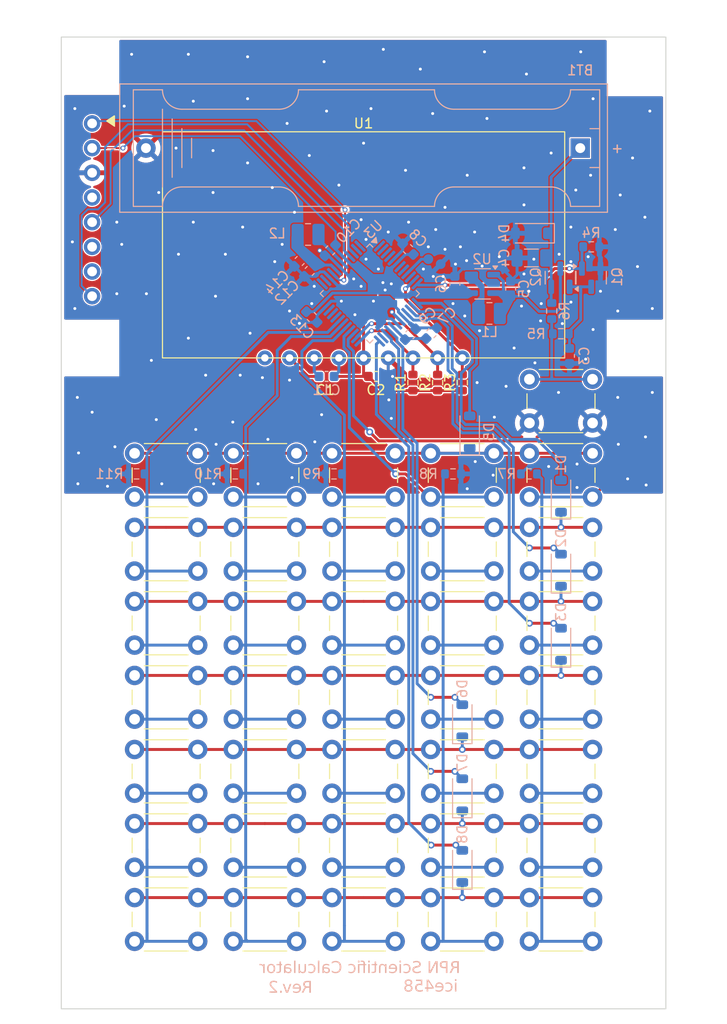
<source format=kicad_pcb>
(kicad_pcb (version 20240108) (generator "pcbnew") (generator_version "8.0")
  (layers (0 "F.Cu" signal) (31 "B.Cu" signal) (34 "B.Paste" user) (35 "F.Paste" user) (36 "B.SilkS" user "B.Silkscreen") (37 "F.SilkS" user "F.Silkscreen") (38 "B.Mask" user) (39 "F.Mask" user) (44 "Edge.Cuts" user))
  (net 0 "")
  (net 1 "Net-(BT1-+)")
  (net 2 "GND")
  (net 3 "VDD")
  (net 4 "Net-(D1-K)")
  (net 5 "Net-(D2-K)")
  (net 6 "Net-(D8-K)")
  (net 7 "Net-(U1-VOUT)")
  (net 8 "/power_en")
  (net 9 "/MCLR")
  (net 10 "Net-(U1-CAP1P)")
  (net 11 "Net-(U1-CAP1N)")
  (net 12 "Net-(Q1-D)")
  (net 13 "Net-(D5-K)")
  (net 14 "Net-(D6-K)")
  (net 15 "Net-(D7-K)")
  (net 16 "/SCL")
  (net 18 "/~{RES}")
  (net 19 "/SDA")
  (net 20 "/Lx")
  (net 21 "/VBAT")
  (net 22 "Net-(D1-A)")
  (net 23 "Net-(D2-A)")
  (net 24 "Net-(D5-A)")
  (net 25 "Net-(D6-A)")
  (net 26 "Net-(D7-A)")
  (net 27 "Net-(D8-A)")
  (net 28 "/SWDIO")
  (net 29 "/SWCLK")
  (net 30 "Net-(D3-A)")
  (net 31 "Net-(D3-K)")
  (net 35 "Net-(R5-Pad1)")
  (net 36 "/TP")
  (net 37 "/VDDCORE")
  (net 39 "Net-(U3A-PA22)")
  (net 40 "Net-(U3A-PA21)")
  (net 55 "Net-(U3A-PA20)")
  (net 56 "Net-(U3A-PA19)")
  (net 57 "Net-(U3A-PA18)")
  (net 58 "Net-(U3B-VDDOUT)")
  (net 59 "Net-(U3B-VDDPLL)")
  (footprint "Button_Switch_THT:SW_PUSH_6mm" (layer "F.Cu") (at 110.481522 80.935)
    (property "Reference" "SW30" (hide yes))
    (property "Value" "f3")
  )
  (footprint "Button_Switch_THT:SW_PUSH_6mm" (layer "F.Cu") (at 80.001522 119.035)
    (property "Reference" "SW13" (hide yes))
    (property "Value" "2")
  )
  (footprint "Button_Switch_THT:SW_PUSH_6mm" (layer "F.Cu") (at 90.161522 126.655)
    (property "Reference" "SW21" (hide yes))
    (property "Value" "E/π")
  )
  (footprint "Button_Switch_THT:SW_PUSH_6mm" (layer "F.Cu") (at 100.321522 96.175)
    (property "Reference" "SW24" (hide yes))
    (property "Value" "cos/cos^{-1}")
  )
  (footprint "Button_Switch_THT:SW_PUSH_6mm" (layer "F.Cu") (at 90.161522 103.795)
    (property "Reference" "SW18" (hide yes))
    (property "Value" "9")
  )
  (footprint "Button_Switch_THT:SW_PUSH_6mm" (layer "F.Cu") (at 90.161522 119.035)
    (property "Reference" "SW20" (hide yes))
    (property "Value" "3")
  )
  (footprint "MountingHole:MountingHole_3.2mm_M3" (layer "F.Cu") (at 121.351522 70.104)
    (property "Reference" "REF5" (hide yes))
    (property "Value" "MountingHole_3.2mm_M3")
  )
  (footprint "Button_Switch_THT:SW_PUSH_6mm" (layer "F.Cu") (at 69.841522 103.795)
    (property "Reference" "SW4" (hide yes))
    (property "Value" "7")
  )
  (footprint "Button_Switch_THT:SW_PUSH_6mm" (layer "F.Cu") (at 100.321522 88.555)
    (property "Reference" "SW23" (hide yes))
    (property "Value" "log/10^{x}")
  )
  (footprint "MountingHole:MountingHole_3.2mm_M3" (layer "F.Cu") (at 65.471522 134.62)
    (property "Reference" "REF3" (hide yes))
    (property "Value" "MountingHole_3.2mm_M3")
  )
  (footprint "Button_Switch_THT:SW_PUSH_6mm" (layer "F.Cu") (at 110.481522 73.315)
    (property "Reference" "SW29" (hide yes))
    (property "Value" "POWER")
  )
  (footprint "MountingHole:MountingHole_3.2mm_M3" (layer "F.Cu") (at 65.471522 41.275)
    (property "Reference" "REF1" (hide yes))
    (property "Value" "MountingHole_3.2mm_M3")
  )
  (footprint "Button_Switch_THT:SW_PUSH_6mm" (layer "F.Cu") (at 110.481522 103.795)
    (property "Reference" "SW33" (hide yes))
    (property "Value" "←/OFF")
  )
  (footprint "Button_Switch_THT:SW_PUSH_6mm" (layer "F.Cu") (at 90.161522 88.555)
    (property "Reference" "SW16" (hide yes))
    (property "Value" "x^{y}/x√y")
  )
  (footprint "Button_Switch_THT:SW_PUSH_6mm" (layer "F.Cu") (at 69.841522 96.175)
    (property "Reference" "SW3" (hide yes))
    (property "Value" "R↓")
  )
  (footprint "Button_Switch_THT:SW_PUSH_6mm" (layer "F.Cu") (at 110.481522 111.415)
    (property "Reference" "SW34" (hide yes))
    (property "Value" "÷/x^{-1}")
  )
  (footprint "Button_Switch_THT:SW_PUSH_6mm" (layer "F.Cu") (at 69.841522 119.035)
    (property "Reference" "SW6" (hide yes))
    (property "Value" "1")
  )
  (footprint "Button_Switch_THT:SW_PUSH_6mm" (layer "F.Cu") (at 69.841522 88.555)
    (property "Reference" "SW2" (hide yes))
    (property "Value" "√x/3√x")
  )
  (footprint "Button_Switch_THT:SW_PUSH_6mm" (layer "F.Cu") (at 80.001522 96.175)
    (property "Reference" "SW10" (hide yes))
    (property "Value" "x↔y/last x")
  )
  (footprint "Connector_PinHeader_2.54mm:PinHeader_1x08_P2.54mm_Vertical" (layer "F.Cu") (at 65.471522 46.99)
    (property "Reference" "J1" (hide yes))
    (property "Value" "PICKIT4/5" (hide yes))
  )
  (footprint "Resistor_SMD:R_0603_1608Metric" (layer "F.Cu") (at 98.491522 73.66 90)
    (property "Reference" "R1")
    (property "Value" "4.7k")
  )
  (footprint "Button_Switch_THT:SW_PUSH_6mm" (layer "F.Cu") (at 80.001522 111.415)
    (property "Reference" "SW12" (hide yes))
    (property "Value" "5")
  )
  (footprint "Button_Switch_THT:SW_PUSH_6mm" (layer "F.Cu") (at 69.841522 126.655)
    (property "Reference" "SW7" (hide yes))
    (property "Value" "0")
  )
  (footprint "MountingHole:MountingHole_3.2mm_M3" (layer "F.Cu") (at 121.351522 41.275)
    (property "Reference" "REF4" (hide yes))
    (property "Value" "MountingHole_3.2mm_M3")
  )
  (footprint "Button_Switch_THT:SW_PUSH_6mm" (layer "F.Cu") (at 80.001522 103.795)
    (property "Reference" "SW11" (hide yes))
    (property "Value" "8")
  )
  (footprint "Button_Switch_THT:SW_PUSH_6mm" (layer "F.Cu") (at 90.161522 111.415)
    (property "Reference" "SW19" (hide yes))
    (property "Value" "6")
  )
  (footprint "My_Display:AQM1602Y-RN-GBW" (layer "F.Cu") (at 93.411522 53.34)
    (property "Reference" "U1")
    (property "Value" "AQM1602Y-RN-GBW")
  )
  (footprint "Button_Switch_THT:SW_PUSH_6mm" (layer "F.Cu") (at 100.321522 119.035)
    (property "Reference" "SW27" (hide yes))
    (property "Value" "+")
  )
  (footprint "Button_Switch_THT:SW_PUSH_6mm" (layer "F.Cu") (at 69.841522 111.415)
    (property "Reference" "SW5" (hide yes))
    (property "Value" "4")
  )
  (footprint "Button_Switch_THT:SW_PUSH_6mm" (layer "F.Cu") (at 110.481522 126.655)
    (property "Reference" "SW36" (hide yes))
    (property "Value" "Enter")
  )
  (footprint "MountingHole:MountingHole_3.2mm_M3" (layer "F.Cu") (at 121.351522 134.62)
    (property "Reference" "REF6" (hide yes))
    (property "Value" "MountingHole_3.2mm_M3")
  )
  (footprint "Button_Switch_THT:SW_PUSH_6mm" (layer "F.Cu") (at 110.481522 88.555)
    (property "Reference" "SW31" (hide yes))
    (property "Value" "ln/e^{x}")
  )
  (footprint "Capacitor_SMD:C_0603_1608Metric" (layer "F.Cu") (at 94.681522 73.025 180)
    (property "Reference" "C2")
    (property "Value" "0.1u")
  )
  (footprint "Button_Switch_THT:SW_PUSH_6mm" (layer "F.Cu") (at 100.321522 126.655)
    (property "Reference" "SW28" (hide yes))
    (property "Value" "Shift")
  )
  (footprint "Button_Switch_THT:SW_PUSH_6mm" (layer "F.Cu") (at 110.481522 119.035)
    (property "Reference" "SW35" (hide yes))
    (property "Value" "-")
  )
  (footprint "Button_Switch_THT:SW_PUSH_6mm" (layer "F.Cu") (at 110.481522 96.175)
    (property "Reference" "SW32" (hide yes))
    (property "Value" "tan/tan^{-1}")
  )
  (footprint "Button_Switch_THT:SW_PUSH_6mm" (layer "F.Cu") (at 80.001522 80.935)
    (property "Reference" "SW8" (hide yes))
    (property "Value" "f_{c}RC/f_{c}LC")
  )
  (footprint "Capacitor_SMD:C_0603_1608Metric" (layer "F.Cu") (at 89.601522 73.025)
    (property "Reference" "C1")
    (property "Value" "1u")
  )
  (footprint "Button_Switch_THT:SW_PUSH_6mm" (layer "F.Cu") (at 80.001522 88.555)
    (property "Reference" "SW9" (hide yes))
    (property "Value" "x^{2}/x^{3}")
  )
  (footprint "Button_Switch_THT:SW_PUSH_6mm" (layer "F.Cu") (at 80.001522 126.655)
    (property "Reference" "SW14" (hide yes))
    (property "Value" "./e")
  )
  (footprint "MountingHole:MountingHole_3.2mm_M3" (layer "F.Cu") (at 65.471522 70.104)
    (property "Reference" "REF2" (hide yes))
    (property "Value" "MountingHole_3.2mm_M3")
  )
  (footprint "Button_Switch_THT:SW_PUSH_6mm" (layer "F.Cu") (at 100.321522 103.795)
    (property "Reference" "SW25" (hide yes))
    (property "Value" "+/-")
  )
  (footprint "Button_Switch_THT:SW_PUSH_6mm" (layer "F.Cu") (at 90.161522 80.935)
    (property "Reference" "SW15" (hide yes))
    (property "Value" "f1/modes")
  )
  (footprint "Button_Switch_THT:SW_PUSH_6mm" (layer "F.Cu") (at 90.161522 96.175)
    (property "Reference" "SW17" (hide yes))
    (property "Value" "sin/sin^{-1}")
  )
  (footprint "Button_Switch_THT:SW_PUSH_6mm" (layer "F.Cu") (at 100.321522 80.935)
    (property "Reference" "SW22" (hide yes))
    (property "Value" "f2/disp")
  )
  (footprint "Resistor_SMD:R_0603_1608Metric" (layer "F.Cu") (at 103.571522 73.66 90)
    (property "Reference" "R3")
    (property "Value" "10k")
  )
  (footprint "Button_Switch_THT:SW_PUSH_6mm" (layer "F.Cu") (at 69.841522 80.935)
    (property "Reference" "SW1" (hide yes))
    (property "Value" "x*y/(x+y)")
  )
  (footprint "Resistor_SMD:R_0603_1608Metric" (layer "F.Cu") (at 101.031522 73.66 90)
    (property "Reference" "R2")
    (property "Value" "4.7k")
  )
  (footprint "Button_Switch_THT:SW_PUSH_6mm" (layer "F.Cu") (at 100.321522 111.415)
    (property "Reference" "SW26" (hide yes))
    (property "Value" "×/x!")
  )
  (footprint "Resistor_SMD:R_0603_1608Metric" (layer "B.Cu") (at 113.7158 68.6308)
    (property "Reference" "R5")
    (property "Value" "1k")
  )
  (footprint "Resistor_SMD:R_0603_1608Metric" (layer "B.Cu") (at 110.429522 83.058 180)
    (property "Reference" "R7")
    (property "Value" "10k")
  )
  (footprint "Capacitor_SMD:C_0603_1608Metric" (layer "B.Cu") (at 114.6048 70.9168 90)
    (property "Reference" "C3")
    (property "Value" "0.1u")
  )
  (footprint "Capacitor_SMD:C_0603_1608Metric" (layer "B.Cu") (at 108.549922 64.008 -90)
    (property "Reference" "C5")
    (property "Value" "10u")
  )
  (footprint "Capacitor_SMD:C_0603_1608Metric" (layer "B.Cu") (at 98.237522 68.689788 -135)
    (property "Reference" "C9")
    (property "Value" "0.1u")
  )
  (footprint "Diode_SMD:D_SOD-123" (layer "B.Cu") (at 113.731522 100.584 90)
    (property "Reference" "D3")
    (property "Value" "D")
  )
  (footprint "Capacitor_SMD:C_0603_1608Metric" (layer "B.Cu") (at 89.982522 60.053788 45)
    (property "Reference" "C10")
    (property "Value" "0.1u")
  )
  (footprint "Package_TO_SOT_SMD:SOT-23-5" (layer "B.Cu") (at 105.66252 63.5 180)
    (property "Reference" "U2")
    (property "Value" "XC9140")
  )
  (footprint "Resistor_SMD:R_0603_1608Metric" (layer "B.Cu") (at 112.776 66.294 -90)
    (property "Reference" "R6")
    (property "Value" "10k")
  )
  (footprint "TestPoint:TestPoint_Pad_D1.0mm" (layer "B.Cu") (at 101.346 61.468 180)
    (property "Reference" "TP2" (hide yes))
    (property "Value" "TP")
  )
  (footprint "Inductor_SMD:L_1008_2520Metric" (layer "B.Cu") (at 106.365522 66.548 180)
    (property "Reference" "L1")
    (property "Value" "4.7u")
  )
  (footprint "Resistor_SMD:R_0603_1608Metric" (layer "B.Cu") (at 90.363522 83.058 180)
    (property "Reference" "R9")
    (property "Value" "10k")
  )
  (footprint "Capacitor_SMD:C_0603_1608Metric" (layer "B.Cu") (at 89.601522 73.025 180)
    (property "Reference" "C11")
    (property "Value" "1u")
  )
  (footprint "Capacitor_SMD:C_0603_1608Metric" (layer "B.Cu") (at 87.86353 62.17278 45)
    (property "Reference" "C12")
    (property "Value" "0.1u")
  )
  (footprint "Battery:BatteryHolder_Keystone_2466_1xAAA" (layer "B.Cu") (at 115.711522 49.53 180)
    (property "Reference" "BT1")
    (property "Value" "AAA×1")
  )
  (footprint "Capacitor_SMD:C_0603_1608Metric" (layer "B.Cu") (at 97.983522 59.926788 -45)
    (property "Reference" "C8")
    (property "Value" "0.1u")
  )
  (footprint "Resistor_SMD:R_0603_1608Metric" (layer "B.Cu") (at 102.616 83.058)
    (property "Reference" "R8")
    (property "Value" "10k")
  )
  (footprint "Resistor_SMD:R_0603_1608Metric" (layer "B.Cu") (at 80.203522 83.058 180)
    (property "Reference" "R10")
    (property "Value" "10k")
  )
  (footprint "Capacitor_SMD:C_0603_1608Metric" (layer "B.Cu") (at 86.832922 61.145988 45)
    (property "Reference" "C14")
    (property "Value" "1u")
  )
  (footprint "Resistor_SMD:R_0603_1608Metric" (layer "B.Cu") (at 116.84 59.69 180)
    (property "Reference" "R4")
    (property "Value" "100k")
  )
  (footprint "Capacitor_SMD:C_0603_1608Metric" (layer "B.Cu") (at 102.809522 63.5 -90)
    (property "Reference" "C6")
    (property "Value" "10u")
  )
  (footprint "Diode_SMD:D_SOD-123" (layer "B.Cu") (at 103.571522 116.078 90)
    (property "Reference" "D7")
    (property "Value" "D")
  )
  (footprint "Capacitor_SMD:C_0603_1608Metric" (layer "B.Cu") (at 88.077522 66.911788 135)
    (property "Reference" "C13")
    (property "Value" "0.1u")
  )
  (footprint "Package_QFP:TQFP-48_7x7mm_P0.5mm" (layer "B.Cu") (at 94.046522 64.498788 -135)
    (property "Reference" "U3")
    (property "Value" "PIC32CM5164LE00048")
  )
  (footprint "Capacitor_SMD:C_0603_1608Metric" (layer "B.Cu") (at 100.396522 68.58 -135)
    (property "Reference" "C7")
    (property "Value" "1u")
  )
  (footprint "Diode_SMD:D_SOD-123" (layer "B.Cu") (at 103.571522 123.444 90)
    (property "Reference" "D8")
    (property "Value" "D")
  )
  (footprint "Package_TO_SOT_SMD:SOT-23" (layer "B.Cu") (at 113.665 62.865 90)
    (property "Reference" "Q2")
    (property "Value" "AO3415A")
  )
  (footprint "TestPoint:TestPoint_Pad_D1.0mm" (layer "B.Cu") (at 100.076 60.96 180)
    (property "Reference" "TP1" (hide yes))
    (property "Value" "TP")
  )
  (footprint "Diode_SMD:D_SOD-123" (layer "B.Cu") (at 103.571522 108.458 90)
    (property "Reference" "D6")
    (property "Value" "D")
  )
  (footprint "Capacitor_SMD:C_1206_3216Metric" (layer "B.Cu") (at 110.683522 60.833)
    (property "Reference" "C4")
    (property "Value" "100u")
  )
  (footprint "Resistor_SMD:R_0603_1608Metric" (layer "B.Cu") (at 70.043522 83.058 180)
    (property "Reference" "R11")
    (property "Value" "10k")
  )
  (footprint "Diode_SMD:D_SOD-123" (layer "B.Cu") (at 110.683522 58.293 180)
    (property "Reference" "D4")
    (property "Value" "D")
  )
  (footprint "Diode_SMD:D_SOD-123" (layer "B.Cu") (at 113.731522 92.964 90)
    (property "Reference" "D2")
    (property "Value" "D")
  )
  (footprint "Inductor_SMD:L_1008_2520Metric" (layer "B.Cu") (at 87.696522 58.42 180)
    (property "Reference" "L2")
    (property "Value" "10u")
  )
  (footprint "Diode_SMD:D_SOD-123" (layer "B.Cu") (at 104.333522 78.74 90)
    (property "Reference" "D5")
    (property "Value" "D")
  )
  (footprint "Package_TO_SOT_SMD:SOT-23" (layer "B.Cu") (at 116.84 62.865 -90)
    (property "Reference" "Q1")
    (property "Value" "2N7002H")
  )
  (footprint "Diode_SMD:D_SOD-123" (layer "B.Cu") (at 113.731522 85.344 90)
    (property "Reference" "D1")
    (property "Value" "D")
  )
  (gr_poly (pts (xy 66.995522 46.736) (xy 67.757522 47.244) (xy 67.757522 46.228)) (stroke (width 0.15)) (fill solid) (layer "F.SilkS"))
  (gr_rect (start 62.296522 38.1) (end 124.526522 138.1) (stroke (width 0.1)) (fill none) (layer "Edge.Cuts"))
  (gr_text "RPN Scientific Calculator" (at 103.378 134.62 0) (layer "B.SilkS") (effects (font (size 1.2 1.2) (thickness 0.1875)) (justify left bottom mirror)))
  (gr_text "ice458" (at 103.124 136.525 -0) (layer "B.SilkS") (effects (font (size 1.2 1.2) (thickness 0.1875)) (justify left bottom mirror)))
  (gr_text "Rev.2" (at 83.566 136.652 0) (layer "B.SilkS") (effects (font (size 1.2 1.2) (thickness 0.1875)) (justify right bottom mirror)))
  (segment (start 112.715 52.526522) (end 115.711522 49.53) (width 0.3) (layer "B.Cu") (net 1))
  (segment (start 112.715 65.4555) (end 112.84 65.5805) (width 0.3) (layer "B.Cu") (net 1))
  (segment (start 112.715 63.8025) (end 112.715 65.4555) (width 0.3) (layer "B.Cu") (net 1))
  (segment (start 112.715 63.8025) (end 112.715 52.526522) (width 0.3) (layer "B.Cu") (net 1))
  (segment (start 95.951522 71.12) (end 95.951522 72.958478) (width 0.3) (layer "F.Cu") (net 2))
  (segment (start 95.885 73.025) (end 95.456522 73.025) (width 0.3) (layer "F.Cu") (net 2))
  (segment (start 95.951522 72.958478) (end 95.885 73.025) (width 0.3) (layer "F.Cu") (net 2))
  (via (at 68.011522 64.516) (size 0.5) (drill 0.3) (layers "F.Cu" "B.Cu") (net 2))
  (via (at 100.523522 45.974) (size 0.5) (drill 0.3) (layers "F.Cu" "B.Cu") (net 2))
  (via (at 119.319522 57.912) (size 0.5) (drill 0.3) (layers "F.Cu" "B.Cu") (net 2))
  (via (at 103.378 59.69) (size 0.5) (drill 0.3) (layers "F.Cu" "B.Cu") (net 2))
  (via (at 108.077 74.041) (size 0.5) (drill 0.3) (layers "F.Cu" "B.Cu") (net 2))
  (via (at 93.157522 56.896) (size 0.5) (drill 0.3) (layers "F.Cu" "B.Cu") (net 2))
  (via (at 63.693522 45.466) (size 0.5) (drill 0.3) (layers "F.Cu" "B.Cu") (net 2))
  (via (at 109.921522 62.484) (size 0.5) (drill 0.3) (layers "F.Cu" "B.Cu") (net 2))
  (via (at 84.267522 61.214) (size 0.5) (drill 0.3) (layers "F.Cu" "B.Cu") (net 2))
  (via (at 80.965522 57.658) (size 0.5) (drill 0.3) (layers "F.Cu" "B.Cu") (net 2))
  (via (at 123.129522 74.676) (size 0.5) (drill 0.3) (layers "F.Cu" "B.Cu") (net 2))
  (via (at 72.075522 77.47) (size 0.5) (drill 0.3) (layers "F.Cu" "B.Cu") (net 2))
  (via (at 63.439522 59.182) (size 0.5) (drill 0.3) (layers "F.Cu" "B.Cu") (net 2))
  (via (at 106.746522 83.185) (size 0.5) (drill 0.3) (layers "F.Cu" "B.Cu") (net 2))
  (via (at 75.885522 44.704) (size 0.5) (drill 0.3) (layers "F.Cu" "B.Cu") (net 2))
  (via (at 90.871522 53.34) (size 0.5) (drill 0.3) (layers "F.Cu" "B.Cu") (net 2))
  (via (at 71.059522 64.516) (size 0.5) (drill 0.3) (layers "F.Cu" "B.Cu") (net 2))
  (via (at 89.601522 45.72) (size 0.5) (drill 0.3) (layers "F.Cu" "B.Cu") (net 2))
  (via (at 95.951522 58.166) (size 0.5) (drill 0.3) (layers "F.Cu" "B.Cu") (net 2))
  (via (at 79.949522 77.724) (size 0.5) (drill 0.3) (layers "F.Cu" "B.Cu") (net 2))
  (via (at 122.428 79.248) (size 0.5) (drill 0.3) (layers "F.Cu" "B.Cu") (net 2))
  (via (at 111.633 67.31) (size 0.5) (drill 0.3) (layers "F.Cu" "B.Cu") (net 2))
  (via (at 96.393 73.025) (size 0.5) (drill 0.3) (layers "F.Cu" "B.Cu") (net 2))
  (via (at 81.473522 44.45) (size 0.5) (drill 0.3) (layers "F.Cu" "B.Cu") (net 2))
  (via (at 109.921522 51.562) (size 0.5) (drill 0.3) (layers "F.Cu" "B.Cu") (net 2))
  (via (at 99.568 61.976) (size 0.5) (drill 0.3) (layers "F.Cu" "B.Cu") (net 2))
  (via (at 93.665522 58.928) (size 0.5) (drill 0.3) (layers "F.Cu" "B.Cu") (net 2))
  (via (at 85.029522 59.436) (size 0.5) (drill 0.3) (layers "F.Cu" "B.Cu") (net 2))
  (via (at 114.747522 61.214) (size 0.5) (drill 0.3) (layers "F.Cu" "B.Cu") (net 2))
  (via (at 75.377522 39.878) (size 0.5) (drill 0.3) (layers "F.Cu" "B.Cu") (net 2))
  (via (at 122.875522 45.72) (size 0.5) (drill 0.3) (layers "F.Cu" "B.Cu") (net 2))
  (via (at 105.349522 68.326) (size 0.5) (drill 0.3) (layers "F.Cu" "B.Cu") (net 2))
  (via (at 93.665522 60.96) (size 0.5) (drill 0.3) (layers "F.Cu" "B.Cu") (net 2))
  (via (at 89.093522 76.962) (size 0.5) (drill 0.3) (layers "F.Cu" "B.Cu") (net 2))
  (via (at 64.008 84.074) (size 0.5) (drill 0.3) (layers "F.Cu" "B.Cu") (net 2))
  (via (at 63.947522 75.184) (size 0.5) (drill 0.3) (layers "F.Cu" "B.Cu") (net 2))
  (via (at 72.644 84.074) (size 0.5) (drill 0.3) (layers "F.Cu" "B.Cu") (net 2))
  (via (at 88.077522 65.532) (size 0.5) (drill 0.3) (layers "F.Cu" "B.Cu") (net 2))
  (via (at 106.111522 46.482) (size 0.5) (drill 0.3) (layers "F.Cu" "B.Cu") (net 2))
  (via (at 86.807522 67.564) (size 0.5) (drill 0.3) (layers "F.Cu" "B.Cu") (net 2))
  (via (at 101.793522 55.626) (size 0.5) (drill 0.3) (layers "F.Cu" "B.Cu") (net 2))
  (via (at 74.107522 49.53) (size 0.5) (drill 0.3) (layers "F.Cu" "B.Cu") (net 2))
  (via (at 85.791522 73.406) (size 0.5) (drill 0.3) (layers "F.Cu" "B.Cu") (net 2))
  (via (at 101.6 62.738) (size 0.5) (drill 0.3) (layers "F.Cu" "B.Cu") (net 2))
  (via (at 89.347522 40.64) (size 0.5) (drill 0.3) (layers "F.Cu" "B.Cu") (net 2))
  (via (at 119.573522 75.184) (size 0.5) (drill 0.3) (layers "F.Cu" "B.Cu") (net 2))
  (via (at 117.033522 68.199) (size 0.5) (drill 0.3) (layers "F.Cu" "B.Cu") (net 2))
  (via (at 72.329522 54.102) (size 0.5) (drill 0.3) (layers "F.Cu" "B.Cu") (net 2))
  (via (at 112.461522 82.296) (size 0.5) (drill 0.3) (layers "F.Cu" "B.Cu") (net 2))
  (via (at 88.9 60.071) (size 0.5) (drill 0.3) (layers "F.Cu" "B.Cu") (net 2))
  (via (at 84.013522 53.594) (size 0.5) (drill 0.3) (layers "F.Cu" "B.Cu") (net 2))
  (via (at 64.074522 80.899) (size 0.5) (drill 0.3) (layers "F.Cu" "B.Cu") (net 2))
  (via (at 119.573522 66.294) (size 0.5) (drill 0.3) (layers "F.Cu" "B.Cu") (net 2))
  (via (at 86.299522 56.134) (size 0.5) (drill 0.3) (layers "F.Cu" "B.Cu") (net 2))
  (via (at 68.519522 59.436) (size 0.5) (drill 0.3) (layers "F.Cu" "B.Cu") (net 2))
  (via (at 80.711522 72.898) (size 0.5) (drill 0.3) (layers "F.Cu" "B.Cu") (net 2))
  (via (at 77.978 84.074) (size 0.5) (drill 0.3) (layers "F.Cu" "B.Cu") (net 2))
  (via (at 77.155522 72.898) (size 0.5) (drill 0.3) (layers "F.Cu" "B.Cu") (net 2))
  (via (at 100.584 62.738) (size 0.5) (drill 0.3) (layers "F.Cu" "B.Cu") (net 2))
  (via (at 110.937522 60.96) (size 0.5) (drill 0.3) (layers "F.Cu" "B.Cu") (net 2))
  (via (at 111.0488 71.628) (size 0.5) (drill 0.3) (layers "F.Cu" "B.Cu") (net 2))
  (via (at 108.905522 70.104) (size 0.5) (drill 0.3) (layers "F.Cu" "B.Cu") (net 2))
  (via (at 75.377522 69.088) (size 0.5) (drill 0.3) (layers "F.Cu" "B.Cu") (net 2))
  (via (at 119.827522 54.356) (size 0.5) (drill 0.3) (layers "F.Cu" "B.Cu") (net 2))
  (via (at 78.232 80.01) (size 0.5) (drill 0.3) (layers "F.Cu" "B.Cu") (net 2))
  (via (at 81.727522 68.58) (size 0.5) (drill 0.3) (layers "F.Cu" "B.Cu") (net 2))
  (via (at 100.076 59.69) (size 0.5) (drill 0.3) (layers "F.Cu" "B.Cu") (net 2))
  (via (at 77.917522 54.102) (size 0.5) (drill 0.3) (layers "F.Cu" "B.Cu") (net 2))
  (via (at 114.747522 57.658) (size 0.5) (drill 0.3) (layers "F.Cu" "B.Cu") (net 2))
  (via (at 123.129522 66.04) (size 0.5) (drill 0.3) (layers "F.Cu" "B.Cu") (net 2))
  (via (at 104.902 81.788) (size 0.5) (drill 0.3) (layers "F.Cu" "B.Cu") (net 2))
  (via (at 110.175522 41.91) (size 0.5) (drill 0.3) (layers "F.Cu" "B.Cu") (net 2))
  (via (at 101.793522 59.944) (size 0.5) (drill 0.3) (layers "F.Cu" "B.Cu") (net 2))
  (via (at 68.773522 45.212) (size 0.5) (drill 0.3) (layers "F.Cu" "B.Cu") (net 2))
  (via (at 94.173522 45.466) (size 0.5) (drill 0.3) (layers "F.Cu" "B.Cu") (net 2))
  (via (at 85.791522 66.294) (size 0.5) (drill 0.3) (layers "F.Cu" "B.Cu") (net 2))
  (via (at 103.825522 66.802) (size 0.5) (drill 0.3) (layers "F.Cu" "B.Cu") (net 2))
  (via (at 116.779522 52.324) (size 0.5) (drill 0.3) (layers "F.Cu" "B.Cu") (net 2))
  (via (at 115.382522 84.455) (size 0.5) (drill 0.3) (layers "F.Cu" "B.Cu") (net 2))
  (via (at 104.013 61.1124) (size 0.5) (drill 0.3) (layers "F.Cu" "B.Cu") (net 2))
  (via (at 96.266 77.343) (size 0.5) (drill 0.3) (layers "F.Cu" "B.Cu") (net 2))
  (via (at 82.997522 73.152) (size 0.5) (drill 0.3) (layers "F.Cu" "B.Cu") (net 2))
  (via (at 81.473522 51.054) (size 0.5) (drill 0.3) (layers "F.Cu" "B.Cu") (net 2))
  (via (at 122.367522 56.642) (size 0.5) (drill 0.3) (layers "F.Cu" "B.Cu") (net 2))
  (via (at 105.095522 73.66) (size 0.5) (drill 0.3) (layers "F.Cu" "B.Cu") (net 2))
  (via (at 112.715522 50.038) (size 0.5) (drill 0.3) (layers "F.Cu" "B.Cu") (net 2))
  (via (at 86.045522 83.439) (size 0.5) (drill 0.3) (layers "F.Cu" "B.Cu") (net 2))
  (via (at 74.361522 60.452) (size 0.5) (drill 0.3) (layers "F.Cu" "B.Cu") (net 2))
  (via (at 117.033522 44.45) (size 0.5) (drill 0.3) (layers "F.Cu" "B.Cu") (net 2))
  (via (at 114.7572 65.3796) (size 0.5) (drill 0.3) (layers "F.Cu" "B.Cu") (net 2))
  (via (at 106.873522 77.216) (size 0.5) (drill 0.3) (layers "F.Cu" "B.Cu") (net 2))
  (via (at 65.471522 76.708) (size 0.5) (drill 0.3) (layers "F.Cu" "B.Cu") (net 2))
  (via (at 111.699522 65.532) (size 0.5) (drill 0.3) (layers "F.Cu" "B.Cu") (net 2))
  (via (at 122.494522 84.201) (size 0.5) (drill 0.3) (layers "F.Cu" "B.Cu") (net 2))
  (via (at 102.616 65.532) (size 0.5) (drill 0.3) (layers "F.Cu" "B.Cu") (net 2))
  (via (at 113.538 60.452) (size 0.5) (drill 0.3) (layers "F.Cu" "B.Cu") (net 2))
  (via (at 109.667522 65.786) (size 0.5) (drill 0.3) (layers "F.Cu" "B.Cu") (net 2))
  (via (at 94.935522 61.976) (size 0.5) (drill 0.3) (layers "F.Cu" "B.Cu") (net 2))
  (via (at 115.763522 39.624) (size 0.5) (drill 0.3) (layers "F.Cu" "B.Cu") (net 2))
  (via (at 75.885522 57.15) (size 0.5) (drill 0.3) (layers "F.Cu" "B.Cu") (net 2))
  (via (at 82.55 84.074) (size 0.5) (drill 0.3) (layers "F.Cu" "B.Cu") (net 2))
  (via (at 78.171522 64.77) (size 0.5) (drill 0.3) (layers "F.Cu" "B.Cu") (net 2))
  (via (at 119.634 80.01) (size 0.5) (drill 0.3) (layers "F.Cu" "B.Cu") (net 2))
  (via (at 94.427522 65.278) (size 0.5) (drill 0.3) (layers "F.Cu" "B.Cu") (net 2))
  (via (at 67.056 84.328) (size 0.5) (drill 0.3) (layers "F.Cu" "B.Cu") (net 2))
  (via (at 67.818 80.264) (size 0.5) (drill 0.3) (layers "F.Cu" "B.Cu") (net 2))
  (via (at 96.012 75.438) (size 0.5) (drill 0.3) (layers "F.Cu" "B.Cu") (net 2))
  (via (at 93.157522 63.754) (size 0.5) (drill 0.3) (layers "F.Cu" "B.Cu") (net 2))
  (via (at 83.566 79.502) (size 0.5) (drill 0.3) (layers "F.Cu" "B.Cu") (net 2))
  (via (at 102.87 61.468) (size 0.5) (drill 0.3) (layers "F.Cu" "B.Cu") (net 2))
  (via (at 115.382522 82.042) (size 0.5) (drill 0.3) (layers "F.Cu" "B.Cu") (net 2))
  (via (at 76.139522 78.486) (size 0.5) (drill 0.3) (layers "F.Cu" "B.Cu") (net 2))
  (via (at 92.395522 62.992) (size 0.5) (drill 0.3) (layers "F.Cu" "B.Cu") (net 2))
  (via (at 100.838 57.912) (size 0.5) (drill 0.3) (layers "F.Cu" "B.Cu") (net 2))
  (via (at 85.537522 46.99) (size 0.5) (drill 0.3) (layers "F.Cu" "B.Cu") (net 2))
  (via (at 99.253522 41.402) (size 0.5) (drill 0.3) (layers "F.Cu" "B.Cu") (net 2))
  (via (at 116.271522 71.247) (size 0.5) (drill 0.3) (layers "F.Cu" "B.Cu") (net 2))
  (via (at 88.331522 63.754) (size 0.5) (drill 0.3) (layers "F.Cu" "B.Cu") (net 2))
  (via (at 109.921522 55.372) (size 0.5) (drill 0.3) (layers "F.Cu" "B.Cu") (net 2))
  (via (at 120.589522 83.566) (size 0.5) (drill 0.3) (layers "F.Cu" "B.Cu") (net 2))
  (via (at 121.605522 61.722) (size 0.5) (drill 0.3) (layers "F.Cu" "B.Cu") (net 2))
  (via (at 77.917522 49.784) (size 0.5) (drill 0.3) (layers "F.Cu" "B.Cu") (net 2))
  (via (at 113.477522 74.676) (size 0.5) (drill 0.3) (layers "F.Cu" "B.Cu") (net 2))
  (via (at 92.522522 66.675) (size 0.5) (drill 0.3) (layers "F.Cu" "B.Cu") (net 2))
  (via (at 91.125522 65.278) (size 0.5) (drill 0.3) (layers "F.Cu" "B.Cu") (net 2))
  (via (at 107.381522 60.706) (size 0.5) (drill 0.3) (layers "F.Cu" "B.Cu") (net 2))
  (via (at 110.429522 64.262) (size 0.5) (drill 0.3) (layers "F.Cu" "B.Cu") (net 2))
  (via (at 71.567522 71.374) (size 0.5) (drill 0.3) (layers "F.Cu" "B.Cu") (net 2))
  (via (at 68.011522 57.15) (size 0.5) (drill 0.3) (layers "F.Cu" "B.Cu") (net 2))
  (via (at 105.6132 61.6712) (size 0.5) (drill 0.3) (layers "F.Cu" "B.Cu") (net 2))
  (via (at 93.411522 49.022) (size 0.5) (drill 0.3) (layers "F.Cu" "B.Cu") (net 2))
  (via (at 104.841522 58.166) (size 0.5) (drill 0.3) (layers "F.Cu" "B.Cu") (net 2))
  (via (at 69.535522 39.878) (size 0.5) (drill 0.3) (layers "F.Cu" "B.Cu") (net 2))
  (via (at 116.525522 60.706) (size 0.5) (drill 0.3) (layers "F.Cu" "B.Cu") (net 2))
  (via (at 105.857522 39.624) (size 0.5) (drill 0.3) (layers "F.Cu" "B.Cu") (net 2))
  (via (at 113.8682 67.5894) (size 0.5) (drill 0.3) (layers "F.Cu" "B.Cu") (net 2))
  (via (at 97.729522 51.816) (size 0.5) (drill 0.3) (layers "F.Cu" "B.Cu") (net 2))
  (via (at 79.187522 60.452) (size 0.5) (drill 0.3) (layers "F.Cu" "B.Cu") (net 2))
  (via (at 117.795522 64.262) (size 0.5) (drill 0.3) (layers "F.Cu" "B.Cu") (net 2))
  (via (at 115.255522 53.848) (size 0.5) (drill 0.3) (layers "F.Cu" "B.Cu") (net 2))
  (via (at 95.443522 39.37) (size 0.5) (drill 0.3) (layers "F.Cu" "B.Cu") (net 2))
  (via (at 121.097522 50.546) (size 0.5) (drill 0.3) (layers "F.Cu" "B.Cu") (net 2))
  (via (at 104.079522 52.324) (size 0.5) (drill 0.3) (layers "F.Cu" "B.Cu") (net 2))
  (via (at 98.044 57.15) (size 0.5) (drill 0.3) (layers "F.Cu" "B.Cu") (net 2))
  (via (at 81.473522 40.132) (size 0.5) (drill 0.3) (layers "F.Cu" "B.Cu") (net 2))
  (via (at 87.823522 50.292) (size 0.5) (drill 0.3) (layers "F.Cu" "B.Cu") (net 2))
  (via (at 63.693522 66.04) (size 0.5) (drill 0.3) (layers "F.Cu" "B.Cu") (net 2))
  (via (at 88.392 79.756) (size 0.5) (drill 0.3) (layers "F.Cu" "B.Cu") (net 2))
  (via (at 104.079522 84.582) (size 0.5) (drill 0.3) (layers "F.Cu" "B.Cu") (net 2))
  (segment (start 97.520184 66.91179) (end 96.998776 66.390382) (width 0.3) (layer "B.Cu") (net 2))
  (segment (start 108.272522 59.054) (end 107.763522 59.054) (width 0.3) (layer "B.Cu") (net 2))
  (segment (start 98.895318 68.031992) (end 98.78553 68.14178) (width 0.3) (layer "B.Cu") (net 2))
  (segment (start 109.033522 58.293) (end 108.272522 59.054) (width 0.3) (layer "B.Cu") (net 2))
  (segment (start 96.291669 67.097489) (end 96.813077 67.618897) (width 0.3) (layer "B.Cu") (net 2))
  (segment (start 88.62553 66.7378) (end 89.5122 65.85113) (width 0.3) (layer "B.Cu") (net 2))
  (segment (start 90.08533 65.278) (end 90.998522 65.278) (width 0.3) (layer "B.Cu") (net 2))
  (segment (start 97.435514 60.049136) (end 97.435514 59.37878) (width 0.3) (layer "B.Cu") (net 2))
  (segment (start 89.865753 62.792893) (end 89.344345 62.271485) (width 0.3) (layer "B.Cu") (net 2))
  (segment (start 86.68723 66.584986) (end 86.68723 63.34908) (width 0.3) (layer "B.Cu") (net 2))
  (segment (start 105.477522 61.849) (end 105.477522 62.840001) (width 0.3) (layer "B.Cu") (net 2))
  (segment (start 108.549922 62.783) (end 107.438122 61.6712) (width 0.3) (layer "B.Cu") (net 2))
  (segment (start 95.443522 66.294) (end 95.380438 66.357084) (width 0.3) (layer "B.Cu") (net 2))
  (segment (start 109.604522 83.058) (end 110.366522 82.296) (width 0.3) (layer "B.Cu") (net 2))
  (segment (start 98.750174 68.14178) (end 97.520184 66.91179) (width 0.3) (layer "B.Cu") (net 2))
  (segment (start 94.174354 65.278) (end 95.380438 66.484084) (width 0.3) (layer "B.Cu") (net 2))
  (segment (start 96.593477 65.773788) (end 95.963734 65.773788) (width 0.3) (layer "B.Cu") (net 2))
  (segment (start 90.82186 63.749) (end 89.865753 62.792893) (width 0.3) (layer "B.Cu") (net 2))
  (segment (start 106.137521 63.5) (end 106.80002 63.5) (width 0.3) (layer "B.Cu") (net 2))
  (segment (start 89.795976 60.601796) (end 89.434514 60.601796) (width 0.3) (layer "B.Cu") (net 2))
  (segment (start 95.816332 66.919978) (end 95.993843 67.097489) (width 0.3) (layer "B.Cu") (net 2))
  (segment (start 89.344345 62.271485) (end 88.925037 62.271485) (width 0.3) (layer "B.Cu") (net 2))
  (segment (start 92.395522 62.992) (end 92.009522 63.379955) (width 0.3) (layer "B.Cu") (net 2))
  (segment (start 107.763522 59.054) (end 105.477522 61.34) (width 0.3) (layer "B.Cu") (net 2))
  (segment (start 86.28873 61.693996) (end 87.315522 62.720788) (width 0.3) (layer "B.Cu") (net 2))
  (segment (start 88.9 60.071) (end 89.430796 60.601796) (width 0.3) (layer "B.Cu") (net 2))
  (segment (start 89.5122 65.85113) (end 90.08533 65.278) (width 0.3) (layer "B.Cu") (net 2))
  (segment (start 103.685522 61.849) (end 105.477522 61.849) (width 0.3) (layer "B.Cu") (net 2))
  (segment (start 105.477522 61.34) (end 105.477522 61.535522) (width 0.3) (layer "B.Cu") (net 2))
  (segment (start 88.62553 67.459796) (end 88.62553 66.7378) (width 0.3) (layer "B.Cu") (net 2))
  (segment (start 89.430796 60.601796) (end 89.434514 60.601796) (width 0.3) (layer "B.Cu") (net 2))
  (segment (start 91.125522 65.278) (end 94.174354 65.278) (width 0.3) (layer "B.Cu") (net 2))
  (segment (start 88.925037 62.271485) (end 88.475734 62.720788) (width 0.3) (layer "B.Cu") (net 2))
  (segment (start 110.366522 82.296) (end 112.461522 82.296) (width 0.3) (layer "B.Cu") (net 2))
  (segment (start 98.78553 68.14178) (end 98.750174 68.14178) (width 0.3) (layer "B.Cu") (net 2))
  (segment (start 105.6132 61.6712) (end 105.477522 61.806878) (width 0.3) (layer "B.Cu") (net 2))
  (segment (start 95.380438 66.484084) (end 95.816332 66.919978) (width 0.3) (layer "B.Cu") (net 2))
  (segment (start 102.809522 62.725) (end 103.685522 61.849) (width 0.3) (layer "B.Cu") (net 2))
  (segment (start 90.926413 61.732233) (end 89.795976 60.601796) (width 0.3) (layer "B.Cu") (net 2))
  (segment (start 88.475734 62.720788) (end 87.315522 62.720788) (width 0.3) (layer "B.Cu") (net 2))
  (segment (start 105.477522 61.535522) (end 105.6132 61.6712) (width 0.3) (layer "B.Cu") (net 2))
  (segment (start 117.79 61.9275) (end 117.79 59.815) (width 0.3) (layer "B.Cu") (net 2))
  (segment (start 92.009522 63.379955) (end 91.640477 63.749) (width 0.3) (layer "B.Cu") (net 2))
  (segment (start 95.963734 65.773788) (end 95.443522 66.294) (width 0.3) (layer "B.Cu") (net 2))
  (segment (start 96.998776 66.179087) (end 96.593477 65.773788) (width 0.3) (layer "B.Cu") (net 2))
  (segment (start 105.477522 62.840001) (end 106.137521 63.5) (width 0.3) (layer "B.Cu") (net 2))
  (segment (start 95.993843 67.097489) (end 96.291669 67.097489) (width 0.3) (layer "B.Cu") (net 2))
  (segment (start 86.68723 63.34908) (end 87.315522 62.720788) (width 0.3) (layer "B.Cu") (net 2))
  (segment (start 117.79 59.815) (end 117.665 59.69) (width 0.3) (layer "B.Cu") (net 2))
  (segment (start 88.62553 67.459796) (end 87.56204 67.459796) (width 0.3) (layer "B.Cu") (net 2))
  (segment (start 105.477522 61.806878) (end 105.477522 61.849) (width 0.3) (layer "B.Cu") (net 2))
  (segment (start 109.208522 62.5744) (end 108.549922 63.233) (width 0.3) (layer "B.Cu") (net 2))
  (segment (start 109.208522 60.833) (end 109.208522 62.5744) (width 0.3) (layer "B.Cu") (net 2))
  (segment (start 108.549922 63.233) (end 108.549922 62.783) (width 0.3) (layer "B.Cu") (net 2))
  (segment (start 107.438122 61.6712) (end 105.6132 61.6712) (width 0.3) (layer "B.Cu") (net 2))
  (segment (start 96.998776 66.390382) (end 96.998776 66.179087) (width 0.3) (layer "B.Cu") (net 2))
  (segment (start 95.951522 75.377522) (end 96.012 75.438) (width 0.3) (layer "B.Cu") (net 2))
  (segment (start 100.94453 68.031992) (end 98.895318 68.031992) (width 0.3) (layer "B.Cu") (net 2))
  (segment (start 95.951522 71.12) (end 95.951522 75.377522) (width 0.3) (layer "B.Cu") (net 2))
  (segment (start 95.380438 66.357084) (end 95.380438 66.484084) (width 0.3) (layer "B.Cu") (net 2))
  (segment (start 96.459524 61.025126) (end 97.435514 60.049136) (width 0.3) (layer "B.Cu") (net 2))
  (segment (start 91.640477 63.749) (end 90.82186 63.749) (width 0.3) (layer "B.Cu") (net 2))
  (segment (start 86.284914 61.693996) (end 86.28873 61.693996) (width 0.3) (layer "B.Cu") (net 2))
  (segment (start 87.56204 67.459796) (end 86.68723 66.584986) (width 0.3) (layer "B.Cu") (net 2))
  (segment (start 92.009522 62.815342) (end 92.395522 62.992) (width 0.3) (layer "B.Cu") (net 2))
  (segment (start 92.009522 62.815342) (end 90.926413 61.732233) (width 0.3) (layer "B.Cu") (net 2))
  (segment (start 98.491522 74.485) (end 103.571522 74.485) (width 0.3) (layer "F.Cu") (net 3))
  (segment (start 90.376522 73.025) (end 93.411522 73.025) (width 0.3) (layer "F.Cu") (net 3))
  (segment (start 93.411522 67.349502) (end 95.590273 65.170751) (width 0.3) (layer "F.Cu") (net 3))
  (segment (start 95.590273 64.175727) (end 95.590273 65.170751) (width 0.3) (layer "F.Cu") (net 3))
  (segment (start 68.646522 49.53) (end 65.471522 49.53) (width 0.2) (layer "F.Cu") (net 3))
  (segment (start 96.11853 65.705984) (end 96.11853 66.189796) (width 0.3) (layer "F.Cu") (net 3))
  (segment (start 96.11853 66.189796) (end 96.332522 66.403788) (width 0.3) (layer "F.Cu") (net 3))
  (segment (start 96.11853 65.705984) (end 95.697522 65.284976) (width 0.3) (layer "F.Cu") (net 3))
  (segment (start 95.631 64.135) (end 95.590273 64.175727) (width 0.3) (layer "F.Cu") (net 3))
  (segment (start 93.411522 73.025) (end 93.906522 73.025) (width 0.3) (layer "F.Cu") (net 3))
  (segment (start 98.491522 74.485) (end 95.366522 74.485) (width 0.3) (layer "F.Cu") (net 3))
  (segment (start 93.411522 71.12) (end 93.411522 67.349502) (width 0.3) (layer "F.Cu") (net 3))
  (segment (start 95.697522 65.278) (end 95.590273 65.170751) (width 0.3) (layer "F.Cu") (net 3))
  (segment (start 95.697522 65.284976) (end 95.697522 65.278) (width 0.3) (layer "F.Cu") (net 3))
  (segment (start 93.411522 73.025) (end 93.411522 71.12) (width 0.3) (layer "F.Cu") (net 3))
  (segment (start 95.366522 74.485) (end 93.906522 73.025) (width 0.3) (layer "F.Cu") (net 3))
  (via (at 96.266 63.5) (size 0.5) (drill 0.3) (layers "F.Cu" "B.Cu") (net 3))
  (via (at 95.4024 63.373) (size 0.5) (drill 0.3) (layers "F.Cu" "B.Cu") (net 3))
  (via (at 68.646522 49.53) (size 0.5) (drill 0.3) (layers "F.Cu" "B.Cu") (net 3))
  (via (at 96.332522 66.403788) (size 0.5) (drill 0.3) (layers "F.Cu" "B.Cu") (net 3))
  (via (at 95.631 64.135) (size 0.5) (drill 0.3) (layers "F.Cu" "B.Cu") (net 3))
  (segment (start 95.956522 62.235234) (end 95.956522 63.506955) (width 0.3) (layer "B.Cu") (net 3))
  (segment (start 90.53053 59.50578) (end 90.53053 59.922136) (width 0.3) (layer "B.Cu") (net 3))
  (segment (start 96.525522 64.77) (end 96.205522 64.45) (width 0.3) (layer "B.Cu") (net 3))
  (segment (start 97.71696 60.474796) (end 98.53153 60.474796) (width 0.3) (layer "B.Cu") (net 3))
  (segment (start 102.984522 64.45) (end 102.809522 64.275) (width 0.3) (layer "B.Cu") (net 3))
  (segment (start 90.53053 59.922136) (end 91.63352 61.025126) (width 0.3) (layer "B.Cu") (net 3))
  (segment (start 96.332522 66.403788) (end 96.332522 66.431234) (width 0.3) (layer "B.Cu") (net 3))
  (segment (start 95.631 64.135) (end 95.946 64.45) (width 0.3) (layer "B.Cu") (net 3))
  (segment (start 95.058394 64.45) (end 91.63352 61.025126) (width 0.3) (layer "B.Cu") (net 3))
  (segment (start 95.631 64.135) (end 95.631 64.45) (width 0.3) (layer "B.Cu") (net 3))
  (segment (start 69.873522 48.303) (end 80.706148 48.303) (width 0.2) (layer "B.Cu") (net 3))
  (segment (start 96.332522 66.431234) (end 97.166631 67.265343) (width 0.3) (layer "B.Cu") (net 3))
  (segment (start 104.52502 64.45) (end 102.984522 64.45) (width 0.3) (layer "B.Cu") (net 3))
  (segment (start 93.98 64.45) (end 93.98 63.371606) (width 0.3) (layer "B.Cu") (net 3))
  (segment (start 93.98 64.45) (end 90.206222 64.45) (width 0.3) (layer "B.Cu") (net 3))
  (segment (start 96.813077 61.378679) (end 97.71696 60.474796) (width 0.3) (layer "B.Cu") (net 3))
  (segment (start 96.205522 63.755955) (end 96.205522 64.45) (width 0.3) (layer "B.Cu") (net 3))
  (segment (start 87.529514 66.36378) (end 88.292442 66.36378) (width 0.3) (layer "B.Cu") (net 3))
  (segment (start 97.983522 64.77) (end 96.525522 64.77) (width 0.3) (layer "B.Cu") (net 3))
  (segment (start 96.813077 61.378679) (end 95.956522 62.235234) (width 0.3) (layer "B.Cu") (net 3))
  (segment (start 68.646522 49.53) (end 69.873522 48.303) (width 0.2) (layer "B.Cu") (net 3))
  (segment (start 95.951522 64.45) (end 93.98 64.45) (width 0.3) (layer "B.Cu") (net 3))
  (segment (start 88.292442 66.36378) (end 89.158646 65.497576) (width 0.3) (layer "B.Cu") (net 3))
  (segment (start 96.205522 64.45) (end 95.951522 64.45) (width 0.3) (layer "B.Cu") (net 3))
  (segment (start 90.53053 58.127382) (end 90.53053 59.50578) (width 0.2) (layer "B.Cu") (net 3))
  (segment (start 95.956522 63.506955) (end 96.205522 63.755955) (width 0.3) (layer "B.Cu") (net 3))
  (segment (start 93.98 63.371606) (end 93.917197 63.308803) (width 0.3) (layer "B.Cu") (net 3))
  (segment (start 104.52502 64.45) (end 98.303522 64.45) (width 0.3) (layer "B.Cu") (net 3))
  (segment (start 90.206222 64.45) (end 89.158646 65.497576) (width 0.3) (layer "B.Cu") (net 3))
  (segment (start 80.706148 48.303) (end 90.53053 58.127382) (width 0.2) (layer "B.Cu") (net 3))
  (segment (start 96.205522 64.45) (end 96.365522 64.61) (width 0.3) (layer "B.Cu") (net 3))
  (segment (start 98.303522 64.45) (end 97.983522 64.77) (width 0.3) (layer "B.Cu") (net 3))
  (segment (start 95.946 64.45) (end 95.951522 64.45) (width 0.3) (layer "B.Cu") (net 3))
  (segment (start 73.091522 88.555) (end 113.731522 88.555) (width 0.3) (layer "F.Cu") (net 4))
  (segment (start 113.731522 88.555) (end 116.981522 88.555) (width 0.3) (layer "F.Cu") (net 4))
  (segment (start 69.841522 88.555) (end 73.091522 88.555) (width 0.3) (layer "F.Cu") (net 4))
  (via (at 113.731522 88.555) (size 0.7) (drill 0.4) (layers "F.Cu" "B.Cu") (net 4))
  (segment (start 113.731522 86.994) (end 113.731522 88.555) (width 0.3) (layer "B.Cu") (net 4))
  (segment (start 93.411522 96.175) (end 69.841522 96.175) (width 0.3) (layer "F.Cu") (net 5))
  (segment (start 113.731522 96.175) (end 93.411522 96.175) (width 0.3) (layer "F.Cu") (net 5))
  (segment (start 116.981522 96.175) (end 113.731522 96.175) (width 0.3) (layer "F.Cu") (net 5))
  (via (at 113.731522 96.175) (size 0.7) (drill 0.4) (layers "F.Cu" "B.Cu") (net 5))
  (segment (start 113.731522 94.614) (end 113.731522 96.175) (width 0.3) (layer "B.Cu") (net 5))
  (segment (start 93.411522 126.655) (end 69.841522 126.655) (width 0.3) (layer "F.Cu") (net 6))
  (segment (start 103.571522 126.655) (end 93.411522 126.655) (width 0.3) (layer "F.Cu") (net 6))
  (segment (start 116.981522 126.655) (end 103.571522 126.655) (width 0.3) (layer "F.Cu") (net 6))
  (via (at 103.571522 126.655) (size 0.7) (drill 0.4) (layers "F.Cu" "B.Cu") (net 6))
  (segment (start 103.571522 125.094) (end 103.571522 126.655) (width 0.3) (layer "B.Cu") (net 6))
  (segment (start 87.696522 73.025) (end 85.791522 71.12) (width 0.3) (layer "F.Cu") (net 7))
  (segment (start 88.826522 73.025) (end 87.696522 73.025) (width 0.3) (layer "F.Cu") (net 7))
  (segment (start 111.379 63.627) (end 101.793522 63.627) (width 0.3) (layer "F.Cu") (net 8))
  (segment (start 113.076625 61.929375) (end 111.379 63.627) (width 0.3) (layer "F.Cu") (net 8))
  (segment (start 114.602119 61.929375) (end 113.076625 61.929375) (width 0.3) (layer "F.Cu") (net 8))
  (via (at 114.602119 61.929375) (size 0.5) (drill 0.3) (layers "F.Cu" "B.Cu") (net 8))
  (via (at 101.793522 63.627) (size 0.5) (drill 0.3) (layers "F.Cu" "B.Cu") (net 8))
  (segment (start 115.89 59.815) (end 116.015 59.69) (width 0.3) (layer "B.Cu") (net 8))
  (segment (start 114.603994 61.9275) (end 115.89 61.9275) (width 0.3) (layer "B.Cu") (net 8))
  (segment (start 115.89 61.9275) (end 115.89 59.815) (width 0.3) (layer "B.Cu") (net 8))
  (segment (start 99.061398 63.627) (end 98.934398 63.5) (width 0.3) (layer "B.Cu") (net 8))
  (segment (start 101.793522 63.627) (end 99.061398 63.627) (width 0.3) (layer "B.Cu") (net 8))
  (segment (start 114.602119 61.929375) (end 114.603994 61.9275) (width 0.3) (layer "B.Cu") (net 8))
  (segment (start 91.506522 62.992) (end 91.379522 63.119) (width 0.2) (layer "F.Cu") (net 9))
  (segment (start 91.506522 55.88) (end 91.506522 62.992) (width 0.2) (layer "F.Cu") (net 9))
  (via (at 91.379522 63.119) (size 0.5) (drill 0.3) (layers "F.Cu" "B.Cu") (net 9))
  (via (at 91.506522 55.88) (size 0.5) (drill 0.3) (layers "F.Cu" "B.Cu") (net 9))
  (segment (start 65.710522 46.751) (end 65.471522 46.99) (width 0.2) (layer "B.Cu") (net 9))
  (segment (start 82.377522 46.751) (end 65.710522 46.751) (width 0.2) (layer "B.Cu") (net 9))
  (segment (start 91.506522 55.88) (end 82.377522 46.751) (width 0.2) (layer "B.Cu") (net 9))
  (segment (start 90.898968 63.119) (end 91.379522 63.119) (width 0.2) (layer "B.Cu") (net 9))
  (segment (start 90.219307 62.439339) (end 90.898968 63.119) (width 0.2) (layer "B.Cu") (net 9))
  (segment (start 90.871522 71.12) (end 90.871522 72.53) (width 0.3) (layer "B.Cu") (net 10))
  (segment (start 90.871522 72.53) (end 90.376522 73.025) (width 0.3) (layer "B.Cu") (net 10))
  (segment (start 88.331522 71.12) (end 88.331522 72.53) (width 0.3) (layer "B.Cu") (net 11))
  (segment (start 88.331522 72.53) (end 88.826522 73.025) (width 0.3) (layer "B.Cu") (net 11))
  (segment (start 115.763522 63.8025) (end 115.763522 65.913) (width 0.3) (layer "B.Cu") (net 12))
  (segment (start 116.84 63.8025) (end 115.763522 63.8025) (width 0.3) (layer "B.Cu") (net 12))
  (segment (start 115.763522 63.8025) (end 114.615 63.8025) (width 0.3) (layer "B.Cu") (net 12))
  (segment (start 114.6048 68.3382) (end 115.763522 67.179478) (width 0.3) (layer "B.Cu") (net 12))
  (segment (start 115.763522 67.179478) (end 115.763522 63.8025) (width 0.3) (layer "B.Cu") (net 12))
  (segment (start 115.763522 66.544478) (end 115.763522 65.913) (width 0.3) (layer "B.Cu") (net 12))
  (segment (start 114.6048 70.1418) (end 114.6048 68.3382) (width 0.3) (layer "B.Cu") (net 12))
  (segment (start 116.981522 80.935) (end 69.841522 80.935) (width 0.3) (layer "F.Cu") (net 13))
  (segment (start 106.821522 80.935) (end 104.333522 80.935) (width 0.3) (layer "B.Cu") (net 13))
  (segment (start 104.333522 80.935) (end 100.321522 80.935) (width 0.3) (layer "B.Cu") (net 13))
  (segment (start 104.333522 80.39) (end 104.333522 80.935) (width 0.3) (layer "B.Cu") (net 13))
  (segment (start 116.981522 111.415) (end 103.571522 111.415) (width 0.3) (layer "F.Cu") (net 14))
  (segment (start 103.571522 111.415) (end 69.841522 111.415) (width 0.3) (layer "F.Cu") (net 14))
  (via (at 103.571522 111.415) (size 0.7) (drill 0.4) (layers "F.Cu" "B.Cu") (net 14))
  (segment (start 103.571522 110.108) (end 103.571522 111.415) (width 0.3) (layer "B.Cu") (net 14))
  (segment (start 83.251522 119.035) (end 103.571522 119.035) (width 0.3) (layer "F.Cu") (net 15))
  (segment (start 103.571522 119.035) (end 116.981522 119.035) (width 0.3) (layer "F.Cu") (net 15))
  (segment (start 69.841522 119.035) (end 83.251522 119.035) (width 0.3) (layer "F.Cu") (net 15))
  (via (at 103.571522 119.035) (size 0.7) (drill 0.4) (layers "F.Cu" "B.Cu") (net 15))
  (segment (start 103.571522 117.728) (end 103.571522 119.035) (width 0.3) (layer "B.Cu") (net 15))
  (segment (start 97.50752 67.595998) (end 94.235269 67.595998) (width 0.3) (layer "F.Cu") (net 16))
  (segment (start 101.031522 71.12) (end 97.50752 67.595998) (width 0.3) (layer "F.Cu") (net 16))
  (segment (start 101.031522 72.835) (end 101.031522 71.12) (width 0.3) (layer "F.Cu") (net 16))
  (via (at 94.235269 67.595998) (size 0.5) (drill 0.3) (layers "F.Cu" "B.Cu") (net 16))
  (segment (start 94.073047 67.595998) (end 92.69418 68.974865) (width 0.3) (layer "B.Cu") (net 16))
  (segment (start 94.235269 67.595998) (end 94.073047 67.595998) (width 0.3) (layer "B.Cu") (net 16))
  (segment (start 92.69418 68.974865) (end 92.69418 69.03311) (width 0.3) (layer "B.Cu") (net 16))
  (segment (start 103.571522 72.835) (end 103.571522 71.12) (width 0.3) (layer "F.Cu") (net 18))
  (segment (start 103.571522 70.923102) (end 103.571522 71.12) (width 0.3) (layer "F.Cu") (net 18))
  (segment (start 97.729522 64.008) (end 97.729522 65.081102) (width 0.3) (layer "F.Cu") (net 18))
  (segment (start 97.729522 65.081102) (end 103.571522 70.923102) (width 0.3) (layer "F.Cu") (net 18))
  (via (at 97.729522 64.008) (size 0.5) (drill 0.3) (layers "F.Cu" "B.Cu") (net 18))
  (segment (start 98.580844 63.146446) (end 98.580844 63.156678) (width 0.3) (layer "B.Cu") (net 18))
  (segment (start 98.580844 63.156678) (end 97.729522 64.008) (width 0.3) (layer "B.Cu") (net 18))
  (segment (start 98.059436 63.667854) (end 98.580844 63.146446) (width 0.3) (layer "B.Cu") (net 18))
  (segment (start 98.491522 72.835) (end 98.491522 71.12) (width 0.3) (layer "F.Cu") (net 19))
  (segment (start 95.697522 68.326) (end 94.234 68.326) (width 0.3) (layer "F.Cu") (net 19))
  (segment (start 98.491522 71.12) (end 95.697522 68.326) (width 0.3) (layer "F.Cu") (net 19))
  (via (at 94.234 68.326) (size 0.5) (drill 0.3) (layers "F.Cu" "B.Cu") (net 19))
  (segment (start 94.234 68.326) (end 94.108398 68.326) (width 0.3) (layer "B.Cu") (net 19))
  (segment (start 94.108398 68.326) (end 93.047734 69.386664) (width 0.3) (layer "B.Cu") (net 19))
  (segment (start 93.047734 69.386664) (end 93.075186 69.386664) (width 0.3) (layer "B.Cu") (net 19))
  (segment (start 105.603522 63.628502) (end 105.603522 66.235) (width 0.2) (layer "B.Cu") (net 20))
  (segment (start 105.603522 66.235) (end 105.290522 66.548) (width 0.2) (layer "B.Cu") (net 20))
  (segment (start 104.52502 62.55) (end 105.603522 63.628502) (width 0.2) (layer "B.Cu") (net 20))
  (segment (start 108.549922 64.783) (end 108.549922 65.4386) (width 0.2) (layer "B.Cu") (net 21))
  (segment (start 106.80002 64.45) (end 107.889522 64.45) (width 0.3) (layer "B.Cu") (net 21))
  (segment (start 107.120546 62.55) (end 107.797922 63.227376) (width 0.3) (layer "B.Cu") (net 21))
  (segment (start 106.678522 64.571498) (end 106.80002 64.45) (width 0.2) (layer "B.Cu") (net 21))
  (segment (start 113.665 65.975311) (end 113.307811 66.3325) (width 0.3) (layer "B.Cu") (net 21))
  (segment (start 113.665 61.9275) (end 113.665 65.975311) (width 0.3) (layer "B.Cu") (net 21))
  (segment (start 111.484022 66.3325) (end 109.934522 64.783) (width 0.3) (layer "B.Cu") (net 21))
  (segment (start 107.889522 64.45) (end 108.216922 64.45) (width 0.3) (layer "B.Cu") (net 21))
  (segment (start 107.797922 64.3584) (end 107.889522 64.45) (width 0.3) (layer "B.Cu") (net 21))
  (segment (start 108.549922 65.4386) (end 107.440522 66.548) (width 0.2) (layer "B.Cu") (net 21))
  (segment (start 108.216922 64.45) (end 108.549922 64.783) (width 0.3) (layer "B.Cu") (net 21))
  (segment (start 106.80002 62.55) (end 107.120546 62.55) (width 0.3) (layer "B.Cu") (net 21))
  (segment (start 113.307811 66.3325) (end 111.484022 66.3325) (width 0.3) (layer "B.Cu") (net 21))
  (segment (start 107.797922 63.227376) (end 107.797922 64.3584) (width 0.3) (layer "B.Cu") (net 21))
  (segment (start 109.934522 64.783) (end 108.549922 64.783) (width 0.3) (layer "B.Cu") (net 21))
  (segment (start 108.318522 64.45) (end 108.651522 64.783) (width 0.2) (layer "B.Cu") (net 21))
  (segment (start 99.102251 66.372537) (end 99.705319 66.372537) (width 0.3) (layer "B.Cu") (net 22))
  (segment (start 113.731522 81.981522) (end 113.731522 83.694) (width 0.3) (layer "B.Cu") (net 22))
  (segment (start 103.905352 77.978) (end 107.065261 77.978) (width 0.3) (layer "B.Cu") (net 22))
  (segment (start 108.589261 79.502) (end 111.252 79.502) (width 0.3) (layer "B.Cu") (net 22))
  (segment (start 103.456522 72.704368) (end 103.456522 77.52917) (width 0.3) (layer "B.Cu") (net 22))
  (segment (start 98.580844 65.85113) (end 99.102251 66.372537) (width 0.3) (layer "B.Cu") (net 22))
  (segment (start 104.610522 69.30026) (end 104.610522 71.550368) (width 0.3) (layer "B.Cu") (net 22))
  (segment (start 99.705319 66.372537) (end 99.875856 66.202) (width 0.3) (layer "B.Cu") (net 22))
  (segment (start 101.512262 66.202) (end 104.610522 69.30026) (width 0.3) (layer "B.Cu") (net 22))
  (segment (start 104.610522 71.550368) (end 103.456522 72.704368) (width 0.3) (layer "B.Cu") (net 22))
  (segment (start 103.456522 77.52917) (end 103.905352 77.978) (width 0.3) (layer "B.Cu") (net 22))
  (segment (start 107.065261 77.978) (end 108.589261 79.502) (width 0.3) (layer "B.Cu") (net 22))
  (segment (start 111.252 79.502) (end 113.731522 81.981522) (width 0.3) (layer "B.Cu") (net 22))
  (segment (start 99.875856 66.202) (end 101.512262 66.202) (width 0.3) (layer "B.Cu") (net 22))
  (segment (start 112.969522 90.678) (end 110.49 90.678) (width 0.3) (layer "F.Cu") (net 23))
  (via (at 112.969522 90.678) (size 0.7) (drill 0.4) (layers "F.Cu" "B.Cu") (net 23))
  (via (at 110.49 90.678) (size 0.7) (drill 0.4) (layers "F.Cu" "B.Cu") (net 23))
  (segment (start 102.532522 67.82613) (end 101.335392 66.629) (width 0.3) (layer "B.Cu") (net 23))
  (segment (start 103.728482 78.405) (end 103.029522 77.70604) (width 0.3) (layer "B.Cu") (net 23))
  (segment (start 106.888392 78.405) (end 103.728482 78.405) (width 0.3) (layer "B.Cu") (net 23))
  (segment (start 110.49 90.678) (end 108.824522 89.012522) (width 0.3) (layer "B.Cu") (net 23))
  (segment (start 108.824522 89.012522) (end 108.824522 80.34113) (width 0.3) (layer "B.Cu") (net 23))
  (segment (start 99.882189 66.799537) (end 98.822145 66.799537) (width 0.3) (layer "B.Cu") (net 23))
  (segment (start 108.824522 80.34113) (end 106.888392 78.405) (width 0.3) (layer "B.Cu") (net 23))
  (segment (start 112.969522 90.678) (end 113.095522 90.678) (width 0.3) (layer "B.Cu") (net 23))
  (segment (start 101.335392 66.629) (end 100.052726 66.629) (width 0.3) (layer "B.Cu") (net 23))
  (segment (start 100.052726 66.629) (end 99.882189 66.799537) (width 0.3) (layer "B.Cu") (net 23))
  (segment (start 103.029522 77.70604) (end 103.029522 72.707652) (width 0.3) (layer "B.Cu") (net 23))
  (segment (start 98.822145 66.799537) (end 98.227291 66.204683) (width 0.3) (layer "B.Cu") (net 23))
  (segment (start 103.029522 72.707652) (end 102.532522 72.210652) (width 0.3) (layer "B.Cu") (net 23))
  (segment (start 113.095522 90.678) (end 113.731522 91.314) (width 0.3) (layer "B.Cu") (net 23))
  (segment (start 102.532522 72.210652) (end 102.532522 67.82613) (width 0.3) (layer "B.Cu") (net 23))
  (segment (start 104.333522 72.431238) (end 105.037522 71.727238) (width 0.3) (layer "B.Cu") (net 24))
  (segment (start 101.411708 65.497576) (end 98.934398 65.497576) (width 0.3) (layer "B.Cu") (net 24))
  (segment (start 104.333522 77.09) (end 104.333522 72.431238) (width 0.3) (layer "B.Cu") (net 24))
  (segment (start 105.037522 71.727238) (end 105.037522 69.12339) (width 0.3) (layer "B.Cu") (net 24))
  (segment (start 105.037522 69.12339) (end 101.411708 65.497576) (width 0.3) (layer "B.Cu") (net 24))
  (segment (start 102.808522 106.045) (end 100.33 106.045) (width 0.3) (layer "F.Cu") (net 25))
  (via (at 100.33 106.045) (size 0.7) (drill 0.4) (layers "F.Cu" "B.Cu") (net 25))
  (via (at 102.808522 106.045) (size 0.7) (drill 0.4) (layers "F.Cu" "B.Cu") (net 25))
  (segment (start 96.84723 69.067262) (end 96.105971 68.326003) (width 0.3) (layer "B.Cu") (net 25))
  (segment (start 97.452522 78.437841) (end 97.452522 70.028938) (width 0.3) (layer "B.Cu") (net 25))
  (segment (start 96.84723 69.423646) (end 96.84723 69.067262) (width 0.3) (layer "B.Cu") (net 25))
  (segment (start 97.452522 70.028938) (end 96.84723 69.423646) (width 0.3) (layer "B.Cu") (net 25))
  (segment (start 102.808522 106.045) (end 103.571522 106.808) (width 0.3) (layer "B.Cu") (net 25))
  (segment (start 98.918522 79.903841) (end 97.452522 78.437841) (width 0.3) (layer "B.Cu") (net 25))
  (segment (start 100.33 106.045) (end 98.918522 104.633522) (width 0.3) (layer "B.Cu") (net 25))
  (segment (start 98.918522 104.633522) (end 98.918522 79.903841) (width 0.3) (layer "B.Cu") (net 25))
  (segment (start 102.808522 113.665) (end 100.33 113.665) (width 0.3) (layer "F.Cu") (net 26))
  (via (at 100.33 113.665) (size 0.7) (drill 0.4) (layers "F.Cu" "B.Cu") (net 26))
  (via (at 102.808522 113.665) (size 0.7) (drill 0.4) (layers "F.Cu" "B.Cu") (net 26))
  (segment (start 97.025522 78.614711) (end 97.025522 70.205808) (width 0.3) (layer "B.Cu") (net 26))
  (segment (start 97.025522 70.205808) (end 96.273825 69.454111) (width 0.3) (layer "B.Cu") (net 26))
  (segment (start 98.491522 80.080711) (end 97.025522 78.614711) (width 0.3) (layer "B.Cu") (net 26))
  (segment (start 96.273825 69.200965) (end 95.752417 68.679557) (width 0.3) (layer "B.Cu") (net 26))
  (segment (start 98.491522 111.826522) (end 98.491522 80.080711) (width 0.3) (layer "B.Cu") (net 26))
  (segment (start 96.273825 69.454111) (end 96.273825 69.200965) (width 0.3) (layer "B.Cu") (net 26))
  (segment (start 100.33 113.665) (end 98.491522 111.826522) (width 0.3) (layer "B.Cu") (net 26))
  (segment (start 102.808522 113.665) (end 103.571522 114.428) (width 0.3) (layer "B.Cu") (net 26))
  (segment (start 100.363261 121.251739) (end 102.903261 121.251739) (width 0.3) (layer "F.Cu") (net 27))
  (via (at 102.903261 121.251739) (size 0.7) (drill 0.4) (layers "F.Cu" "B.Cu") (net 27))
  (via (at 100.363261 121.251739) (size 0.7) (drill 0.4) (layers "F.Cu" "B.Cu") (net 27))
  (segment (start 94.729522 69.702452) (end 95.04531 69.386664) (width 0.3) (layer "B.Cu") (net 27))
  (segment (start 98.064522 80.257581) (end 94.729522 76.922581) (width 0.3) (layer "B.Cu") (net 27))
  (segment (start 94.729522 76.922581) (end 94.729522 69.702452) (width 0.3) (layer "B.Cu") (net 27))
  (segment (start 98.064522 118.953) (end 98.064522 80.257581) (width 0.3) (layer "B.Cu") (net 27))
  (segment (start 100.363261 121.251739) (end 98.064522 118.953) (width 0.3) (layer "B.Cu") (net 27))
  (segment (start 102.903261 121.251739) (end 103.445522 121.794) (width 0.3) (layer "B.Cu") (net 27))
  (segment (start 103.445522 121.794) (end 103.571522 121.794) (width 0.3) (layer "B.Cu") (net 27))
  (segment (start 64.394522 63.693) (end 64.394522 56.464891) (width 0.2) (layer "B.Cu") (net 28))
  (segment (start 81.434522 47.078) (end 91.869219 57.512697) (width 0.2) (layer "B.Cu") (net 28))
  (segment (start 66.802 55.118074) (end 66.802 49.42782) (width 0.2) (layer "B.Cu") (net 28))
  (segment (start 91.869219 57.512697) (end 91.869219 59.846611) (width 0.2) (layer "B.Cu") (net 28))
  (segment (start 91.869219 59.846611) (end 92.340627 60.318019) (width 0.2) (layer "B.Cu") (net 28))
  (segment (start 69.15182 47.078) (end 81.434522 47.078) (width 0.2) (layer "B.Cu") (net 28))
  (segment (start 64.394522 56.464891) (end 65.025413 55.834) (width 0.2) (layer "B.Cu") (net 28))
  (segment (start 65.471522 64.77) (end 64.394522 63.693) (width 0.2) (layer "B.Cu") (net 28))
  (segment (start 66.802 49.42782) (end 69.15182 47.078) (width 0.2) (layer "B.Cu") (net 28))
  (segment (start 66.086074 55.834) (end 66.802 55.118074) (width 0.2) (layer "B.Cu") (net 28))
  (segment (start 65.025413 55.834) (end 66.086074 55.834) (width 0.2) (layer "B.Cu") (net 28))
  (segment (start 91.987073 60.671573) (end 91.389439 60.073939) (width 0.2) (layer "B.Cu") (net 29))
  (segment (start 91.389439 57.985417) (end 81.102022 47.698) (width 0.2) (layer "B.Cu") (net 29))
  (segment (start 91.389439 60.073939) (end 91.389439 57.985417) (width 0.2) (layer "B.Cu") (net 29))
  (segment (start 81.102022 47.698) (end 69.587567 47.698) (width 0.2) (layer "B.Cu") (net 29))
  (segment (start 69.587567 47.698) (end 67.376522 49.909045) (width 0.2) (layer "B.Cu") (net 29))
  (segment (start 67.376522 55.245) (end 65.471522 57.15) (width 0.2) (layer "B.Cu") (net 29))
  (segment (start 67.376522 49.909045) (end 67.376522 55.245) (width 0.2) (layer "B.Cu") (net 29))
  (segment (start 112.969522 98.425) (end 110.49 98.425) (width 0.3) (layer "F.Cu") (net 30))
  (via (at 112.969522 98.425) (size 0.7) (drill 0.4) (layers "F.Cu" "B.Cu") (net 30))
  (via (at 110.49 98.425) (size 0.7) (drill 0.4) (layers "F.Cu" "B.Cu") (net 30))
  (segment (start 110.49 98.425) (end 108.397522 96.332522) (width 0.3) (layer "B.Cu") (net 30))
  (segment (start 98.542037 67.226537) (end 97.873737 66.558237) (width 0.3) (layer "B.Cu") (net 30))
  (segment (start 108.397522 80.518) (end 106.711522 78.832) (width 0.3) (layer "B.Cu") (net 30))
  (segment (start 103.551612 78.832) (end 102.602522 77.88291) (width 0.3) (layer "B.Cu") (net 30))
  (segment (start 102.105522 72.387522) (end 102.105522 68.003) (width 0.3) (layer "B.Cu") (net 30))
  (segment (start 108.397522 96.332522) (end 108.397522 80.518) (width 0.3) (layer "B.Cu") (net 30))
  (segment (start 113.222522 98.425) (end 113.731522 98.934) (width 0.2) (layer "B.Cu") (net 30))
  (segment (start 100.059059 67.226537) (end 98.542037 67.226537) (width 0.3) (layer "B.Cu") (net 30))
  (segment (start 112.969522 98.425) (end 113.222522 98.425) (width 0.2) (layer "B.Cu") (net 30))
  (segment (start 102.602522 72.884522) (end 102.105522 72.387522) (width 0.3) (layer "B.Cu") (net 30))
  (segment (start 101.158522 67.056) (end 100.229596 67.056) (width 0.3) (layer "B.Cu") (net 30))
  (segment (start 100.229596 67.056) (end 100.059059 67.226537) (width 0.3) (layer "B.Cu") (net 30))
  (segment (start 106.711522 78.832) (end 103.551612 78.832) (width 0.3) (layer "B.Cu") (net 30))
  (segment (start 102.602522 77.88291) (end 102.602522 72.884522) (width 0.3) (layer "B.Cu") (net 30))
  (segment (start 102.105522 68.003) (end 101.158522 67.056) (width 0.3) (layer "B.Cu") (net 30))
  (segment (start 69.841522 103.795) (end 113.731522 103.795) (width 0.3) (layer "F.Cu") (net 31))
  (segment (start 113.731522 103.795) (end 116.981522 103.795) (width 0.3) (layer "F.Cu") (net 31))
  (via (at 113.731522 103.795) (size 0.7) (drill 0.4) (layers "F.Cu" "B.Cu") (net 31))
  (segment (start 113.731522 102.234) (end 113.731522 103.795) (width 0.3) (layer "B.Cu") (net 31))
  (segment (start 112.776 73.315) (end 112.014 73.315) (width 0.3) (layer "B.Cu") (net 35))
  (segment (start 112.776 67.119) (end 112.776 68.0466) (width 0.3) (layer "B.Cu") (net 35))
  (segment (start 112.014 73.315) (end 110.481522 73.315) (width 0.3) (layer "B.Cu") (net 35))
  (segment (start 112.776 68.0466) (end 112.776 73.315) (width 0.3) (layer "B.Cu") (net 35))
  (segment (start 112.776 68.0466) (end 112.776 68.517) (width 0.3) (layer "B.Cu") (net 35))
  (segment (start 116.981522 73.315) (end 112.776 73.315) (width 0.3) (layer "B.Cu") (net 35))
  (segment (start 99.353076 60.96) (end 100.076 60.96) (width 0.3) (layer "B.Cu") (net 36))
  (segment (start 97.873737 62.439339) (end 99.353076 60.96) (width 0.3) (layer "B.Cu") (net 36))
  (segment (start 90.57286 62.085786) (end 90.051452 61.564378) (width 0.3) (layer "B.Cu") (net 37))
  (segment (start 88.347328 61.564378) (end 87.38093 60.59798) (width 0.3) (layer "B.Cu") (net 37))
  (segment (start 86.621522 59.838572) (end 87.38093 60.59798) (width 0.3) (layer "B.Cu") (net 37))
  (segment (start 86.621522 58.42) (end 86.621522 59.838572) (width 0.3) (layer "B.Cu") (net 37))
  (segment (start 90.051452 61.564378) (end 88.347328 61.564378) (width 0.3) (layer "B.Cu") (net 37))
  (segment (start 71.118522 129.54) (end 71.118522 121.666) (width 0.3) (layer "B.Cu") (net 39))
  (segment (start 89.697898 68.493858) (end 90.926413 67.265343) (width 0.3) (layer "B.Cu") (net 39))
  (segment (start 71.118522 85.494) (end 71.059522 85.435) (width 0.3) (layer "B.Cu") (net 39))
  (segment (start 71.118522 129.54) (end 71.118522 130.302) (width 0.3) (layer "B.Cu") (net 39))
  (segment (start 71.118522 130.302) (end 71.118522 131.096) (width 0.3) (layer "B.Cu") (net 39))
  (segment (start 71.118522 131.096) (end 71.059522 131.155) (width 0.3) (layer "B.Cu") (net 39))
  (segment (start 69.841522 131.155) (end 71.059522 131.155) (width 0.3) (layer "B.Cu") (net 39))
  (segment (start 71.118522 130.302) (end 71.118522 130.96) (width 0.3) (layer "B.Cu") (net 39))
  (segment (start 83.591664 68.493858) (end 89.697898 68.493858) (width 0.3) (layer "B.Cu") (net 39))
  (segment (start 69.841522 100.675) (end 76.341522 100.675) (width 0.3) (layer "B.Cu") (net 39))
  (segment (start 69.841522 123.535) (end 76.341522 123.535) (width 0.3) (layer "B.Cu") (net 39))
  (segment (start 71.118522 80.967) (end 83.591664 68.493858) (width 0.3) (layer "B.Cu") (net 39))
  (segment (start 69.841522 115.915) (end 76.341522 115.915) (width 0.3) (layer "B.Cu") (net 39))
  (segment (start 76.341522 85.435) (end 71.059522 85.435) (width 0.3) (layer "B.Cu") (net 39))
  (segment (start 71.118522 121.666) (end 71.118522 87.122) (width 0.3) (layer "B.Cu") (net 39))
  (segment (start 71.118522 131.096) (end 71.118522 121.666) (width 0.3) (layer "B.Cu") (net 39))
  (segment (start 71.059522 85.435) (end 69.841522 85.435) (width 0.3) (layer "B.Cu") (net 39))
  (segment (start 71.059522 131.155) (end 71.313522 131.155) (width 0.3) (layer "B.Cu") (net 39))
  (segment (start 71.118522 87.122) (end 71.118522 85.494) (width 0.3) (layer "B.Cu") (net 39))
  (segment (start 69.841522 93.055) (end 76.341522 93.055) (width 0.3) (layer "B.Cu") (net 39))
  (segment (start 71.313522 131.155) (end 76.341522 131.155) (width 0.3) (layer "B.Cu") (net 39))
  (segment (start 71.118522 85.494) (end 71.118522 80.967) (width 0.3) (layer "B.Cu") (net 39))
  (segment (start 69.841522 108.295) (end 76.341522 108.295) (width 0.3) (layer "B.Cu") (net 39))
  (segment (start 80.001522 93.055) (end 86.501522 93.055) (width 0.3) (layer "B.Cu") (net 40))
  (segment (start 84.521522 70.358) (end 84.521522 74.990478) (width 0.3) (layer "B.Cu") (net 40))
  (segment (start 84.521522 74.990478) (end 81.278522 78.233478) (width 0.3) (layer "B.Cu") (net 40))
  (segment (start 81.219522 85.435) (end 86.501522 85.435) (width 0.3) (layer "B.Cu") (net 40))
  (segment (start 81.278522 130.96) (end 81.278522 86.36) (width 0.3) (layer "B.Cu") (net 40))
  (segment (start 81.473522 131.155) (end 86.501522 131.155) (width 0.3) (layer "B.Cu") (net 40))
  (segment (start 80.001522 131.155) (end 81.473522 131.155) (width 0.3) (layer "B.Cu") (net 40))
  (segment (start 89.978006 68.920858) (end 85.958664 68.920858) (width 0.3) (layer "B.Cu") (net 40))
  (segment (start 85.958664 68.920858) (end 84.521522 70.358) (width 0.3) (layer "B.Cu") (net 40))
  (segment (start 86.501522 123.535) (end 80.001522 123.535) (width 0.3) (layer "B.Cu") (net 40))
  (segment (start 81.473522 131.155) (end 81.278522 130.96) (width 0.3) (layer "B.Cu") (net 40))
  (segment (start 80.001522 85.435) (end 81.219522 85.435) (width 0.3) (layer "B.Cu") (net 40))
  (segment (start 91.279967 67.618897) (end 89.978006 68.920858) (width 0.3) (layer "B.Cu") (net 40))
  (segment (start 80.001522 108.295) (end 86.501522 108.295) (width 0.3) (layer "B.Cu") (net 40))
  (segment (start 80.001522 100.675) (end 86.501522 100.675) (width 0.3) (layer "B.Cu") (net 40))
  (segment (start 80.001522 115.915) (end 86.501522 115.915) (width 0.3) (layer "B.Cu") (net 40))
  (segment (start 81.278522 85.494) (end 81.219522 85.435) (width 0.3) (layer "B.Cu") (net 40))
  (segment (start 81.278522 78.233478) (end 81.278522 86.36) (width 0.3) (layer "B.Cu") (net 40))
  (segment (start 81.278522 86.36) (end 81.278522 85.494) (width 0.3) (layer "B.Cu") (net 40))
  (segment (start 90.161522 85.435) (end 91.379522 85.435) (width 0.3) (layer "B.Cu") (net 55))
  (segment (start 90.161522 100.675) (end 96.661522 100.675) (width 0.3) (layer "B.Cu") (net 55))
  (segment (start 91.379522 131.155) (end 96.661522 131.155) (width 0.3) (layer "B.Cu") (net 55))
  (segment (start 91.438522 129.54) (end 91.438522 131.096) (width 0.3) (layer "B.Cu") (net 55))
  (segment (start 90.161522 115.915) (end 96.661522 115.915) (width 0.3) (layer "B.Cu") (net 55))
  (segment (start 91.379522 85.435) (end 96.661522 85.435) (width 0.3) (layer "B.Cu") (net 55))
  (segment (start 87.061522 70.451739) (end 88.165403 69.347858) (width 0.3) (layer "B.Cu") (net 55))
  (segment (start 91.438522 129.54) (end 91.438522 87.63) (width 0.3) (layer "B.Cu") (net 55))
  (segment (start 91.438522 87.63) (end 91.438522 86.614) (width 0.3) (layer "B.Cu") (net 55))
  (segment (start 91.438522 86.614) (end 91.438522 85.494) (width 0.3) (layer "B.Cu") (net 55))
  (segment (start 91.438522 87.63) (end 91.438522 77.021) (width 0.3) (layer "B.Cu") (net 55))
  (segment (start 96.661522 93.055) (end 90.161522 93.055) (width 0.3) (layer "B.Cu") (net 55))
  (segment (start 91.438522 77.021) (end 87.061522 72.644) (width 0.3) (layer "B.Cu") (net 55))
  (segment (start 90.161522 131.155) (end 91.379522 131.155) (width 0.3) (layer "B.Cu") (net 55))
  (segment (start 90.161522 123.535) (end 96.661522 123.535) (width 0.3) (layer "B.Cu") (net 55))
  (segment (start 87.061522 72.644) (end 87.061522 70.451739) (width 0.3) (layer "B.Cu") (net 55))
  (segment (start 91.438522 85.494) (end 91.379522 85.435) (width 0.3) (layer "B.Cu") (net 55))
  (segment (start 90.258112 69.347858) (end 88.165403 69.347858) (width 0.3) (layer "B.Cu") (net 55))
  (segment (start 91.438522 131.096) (end 91.379522 131.155) (width 0.3) (layer "B.Cu") (net 55))
  (segment (start 96.661522 108.295) (end 90.161522 108.295) (width 0.3) (layer "B.Cu") (net 55))
  (segment (start 91.63352 67.97245) (end 90.258112 69.347858) (width 0.3) (layer "B.Cu") (net 55))
  (segment (start 100.106522 85.435) (end 100.321522 85.435) (width 0.3) (layer "F.Cu") (net 56))
  (segment (start 97.729522 83.058) (end 100.106522 85.435) (width 0.3) (layer "F.Cu") (net 56))
  (segment (start 96.713522 83.058) (end 97.729522 83.058) (width 0.3) (layer "F.Cu") (net 56))
  (via (at 96.713522 83.058) (size 0.7) (drill 0.4) (layers "F.Cu" "B.Cu") (net 56))
  (segment (start 100.321522 115.915) (end 106.821522 115.915) (width 0.3) (layer "B.Cu") (net 56))
  (segment (start 91.392219 70.056219) (end 91.945522 70.609522) (width 0.3) (layer "B.Cu") (net 56))
  (segment (start 101.598522 87.122) (end 101.598522 131.096) (width 0.3) (layer "B.Cu") (net 56))
  (segment (start 101.598522 83.250478) (end 101.791 83.058) (width 0.3) (layer "B.Cu") (net 56))
  (segment (start 101.598522 86.106) (end 101.598522 83.250478) (width 0.3) (layer "B.Cu") (net 56))
  (segment (start 101.539522 131.155) (end 106.821522 131.155) (width 0.3) (layer "B.Cu") (net 56))
  (segment (start 101.598522 87.122) (end 101.598522 86.106) (width 0.3) (layer "B.Cu") (net 56))
  (segment (start 106.821522 108.295) (end 100.321522 108.295) (width 0.3) (layer "B.Cu") (net 56))
  (segment (start 101.598522 86.106) (end 101.598522 85.494) (width 0.3) (layer "B.Cu") (net 56))
  (segment (start 91.945522 70.609522) (end 91.945522 78.29) (width 0.3) (layer "B.Cu") (net 56))
  (segment (start 101.598522 85.494) (end 101.539522 85.435) (width 0.3) (layer "B.Cu") (net 56))
  (segment (start 106.821522 93.055) (end 100.321522 93.055) (width 0.3) (layer "B.Cu") (net 56))
  (segment (start 91.945522 78.29) (end 96.713522 83.058) (width 0.3) (layer "B.Cu") (net 56))
  (segment (start 101.539522 85.435) (end 106.821522 85.435) (width 0.3) (layer "B.Cu") (net 56))
  (segment (start 106.821522 123.535) (end 100.321522 123.535) (width 0.3) (layer "B.Cu") (net 56))
  (segment (start 100.321522 100.675) (end 106.821522 100.675) (width 0.3) (layer "B.Cu") (net 56))
  (segment (start 101.598522 131.096) (end 101.539522 131.155) (width 0.3) (layer "B.Cu") (net 56))
  (segment (start 100.321522 85.435) (end 101.539522 85.435) (width 0.3) (layer "B.Cu") (net 56))
  (segment (start 100.321522 131.155) (end 101.539522 131.155) (width 0.3) (layer "B.Cu") (net 56))
  (segment (start 91.987073 68.326003) (end 91.392219 68.920857) (width 0.3) (layer "B.Cu") (net 56))
  (segment (start 91.392219 68.920857) (end 91.392219 70.056219) (width 0.3) (layer "B.Cu") (net 56))
  (segment (start 94.964522 79.658) (end 117.510473 79.658) (width 0.3) (layer "F.Cu") (net 57))
  (segment (start 117.510473 79.658) (end 118.258522 80.406049) (width 0.3) (layer "F.Cu") (net 57))
  (segment (start 118.258522 84.158) (end 116.981522 85.435) (width 0.3) (layer "F.Cu") (net 57))
  (segment (start 118.258522 80.406049) (end 118.258522 84.158) (width 0.3) (layer "F.Cu") (net 57))
  (segment (start 94.046522 78.74) (end 94.964522 79.658) (width 0.3) (layer "F.Cu") (net 57))
  (via (at 94.046522 78.74) (size 0.7) (drill 0.4) (layers "F.Cu" "B.Cu") (net 57))
  (segment (start 111.758522 83.562) (end 111.254522 83.058) (width 0.3) (layer "B.Cu") (net 57))
  (segment (start 116.981522 108.295) (end 110.481522 108.295) (width 0.3) (layer "B.Cu") (net 57))
  (segment (start 110.481522 85.435) (end 111.699522 85.435) (width 0.3) (layer "B.Cu") (net 57))
  (segment (start 116.981522 123.535) (end 110.481522 123.535) (width 0.3) (layer "B.Cu") (net 57))
  (segment (start 110.481522 100.675) (end 116.981522 100.675) (width 0.3) (layer "B.Cu") (net 57))
  (segment (start 92.372522 70.432652) (end 91.819219 69.879349) (width 0.3) (layer "B.Cu") (net 57))
  (segment (start 111.758522 86.106) (end 111.758522 83.562) (width 0.3) (layer "B.Cu") (net 57))
  (segment (start 110.481522 131.155) (end 111.699522 131.155) (width 0.3) (layer "B.Cu") (net 57))
  (segment (start 111.699522 85.435) (end 116.981522 85.435) (width 0.3) (layer "B.Cu") (net 57))
  (segment (start 111.758522 85.494) (end 111.758522 86.106) (width 0.3) (layer "B.Cu") (net 57))
  (segment (start 91.819219 69.200965) (end 92.340627 68.679557) (width 0.3) (layer "B.Cu") (net 57))
  (segment (start 111.758522 86.106) (end 111.758522 131.096) (width 0.3) (layer "B.Cu") (net 57))
  (segment (start 91.819219 69.879349) (end 91.819219 69.200965) (width 0.3) (layer "B.Cu") (net 57))
  (segment (start 111.699522 85.435) (end 111.758522 85.494) (width 0.3) (layer "B.Cu") (net 57))
  (segment (start 110.481522 115.915) (end 116.981522 115.915) (width 0.3) (layer "B.Cu") (net 57))
  (segment (start 111.758522 131.096) (end 111.699522 131.155) (width 0.3) (layer "B.Cu") (net 57))
  (segment (start 116.981522 93.055) (end 110.481522 93.055) (width 0.3) (layer "B.Cu") (net 57))
  (segment (start 92.372522 77.066) (end 92.372522 70.432652) (width 0.3) (layer "B.Cu") (net 57))
  (segment (start 111.699522 131.155) (end 116.981522 131.155) (width 0.3) (layer "B.Cu") (net 57))
  (segment (start 94.046522 78.74) (end 92.372522 77.066) (width 0.3) (layer "B.Cu") (net 57))
  (segment (start 88.771522 58.42) (end 88.771522 58.870234) (width 0.3) (layer "B.Cu") (net 58))
  (segment (start 88.771522 58.870234) (end 91.279967 61.378679) (width 0.3) (layer "B.Cu") (net 58))
  (segment (start 97.689514 69.20244) (end 96.459524 67.97245) (width 0.3) (layer "B.Cu") (net 59))
  (segment (start 97.799302 69.128008) (end 99.848514 69.128008) (width 0.3) (layer "B.Cu") (net 59))
  (segment (start 97.689514 69.237796) (end 97.799302 69.128008) (width 0.3) (layer "B.Cu") (net 59))
  (segment (start 97.689514 69.237796) (end 97.689514 69.20244) (width 0.3) (layer "B.Cu") (net 59))
  (zone (net 0) (net_name "") (layer "F.Cu") (connect_pads (clearance 0)) (min_thickness 0.25)
    (keepout (tracks allowed) (vias allowed) (pads allowed) (copperpour not_allowed) (footprints allowed))
    (fill (thermal_gap 0.5) (thermal_bridge_width 0.5))
    (polygon (pts (xy 98.8568 71.0184) (xy 98.8568 70.0024) (xy 94.0308 70.0024) (xy 94.0308 71.0184)))
  )
  (zone (net 0) (net_name "") (layer "F.Cu") (connect_pads (clearance 0)) (min_thickness 0.25)
    (keepout (tracks allowed) (vias allowed) (pads allowed) (copperpour not_allowed) (footprints allowed))
    (fill (thermal_gap 0.5) (thermal_bridge_width 0.5))
    (polygon (pts (xy 97.4852 63.6778) (xy 96.7486 62.992) (xy 96.7232 68.072) (xy 97.4852 68.072)))
  )
  (zone (net 0) (net_name "") (layer "F.Cu") (connect_pads (clearance 0)) (min_thickness 0.25)
    (keepout (tracks allowed) (vias allowed) (pads allowed) (copperpour not_allowed) (footprints allowed))
    (fill (thermal_gap 0.5) (thermal_bridge_width 0.5))
    (polygon (pts (xy 97.917 71.6788) (xy 96.901 71.6788) (xy 97.917 72.6694)))
  )
  (zone (net 0) (net_name "") (layer "F.Cu") (connect_pads (clearance 0)) (min_thickness 0.25)
    (keepout (tracks allowed) (vias allowed) (pads allowed) (copperpour not_allowed) (footprints allowed))
    (fill (thermal_gap 0.5) (thermal_bridge_width 0.5))
    (polygon (pts (xy 98.933 71.6788) (xy 98.933 70.6628) (xy 96.901 70.6628) (xy 96.901 71.6788)))
  )
  (zone (net 0) (net_name "") (layer "F.Cu") (connect_pads (clearance 0)) (min_thickness 0.25)
    (keepout (tracks allowed) (vias allowed) (pads allowed) (copperpour not_allowed) (footprints allowed))
    (fill (thermal_gap 0.5) (thermal_bridge_width 0.5))
    (polygon (pts (xy 95.443522 71.882) (xy 95.443522 70.866) (xy 93.411522 70.866) (xy 93.411522 71.882)))
  )
  (zone (net 3) (net_name "VDD") (layer "F.Cu") (priority 5) (connect_pads (clearance 0)) (min_thickness 0.25) (fill yes (thermal_gap 0.5) (thermal_bridge_width 0.5))
    (polygon (pts (xy 96.647 62.9666) (xy 96.647 67.2084) (xy 93.4466 67.2084) (xy 94.9452 65.7352) (xy 94.9452 62.9666)))
  )
  (zone (net 0) (net_name "") (layer "F.Cu") (connect_pads (clearance 0)) (min_thickness 0.25)
    (keepout (tracks allowed) (vias allowed) (pads allowed) (copperpour not_allowed) (footprints allowed))
    (fill (thermal_gap 0.5) (thermal_bridge_width 0.5))
    (polygon (pts (xy 103.571522 73.152) (xy 103.571522 72.136) (xy 98.745522 72.136) (xy 98.745522 73.152)))
  )
  (zone (net 0) (net_name "") (layer "F.Cu") (connect_pads (clearance 0)) (min_thickness 0.25)
    (keepout (tracks allowed) (vias allowed) (pads allowed) (copperpour not_allowed) (footprints allowed))
    (fill (thermal_gap 0.5) (thermal_bridge_width 0.5))
    (polygon (pts (xy 96.967522 74.422) (xy 96.205522 73.406) (xy 95.443522 73.406) (xy 95.443522 74.422)))
  )
  (zone (net 0) (net_name "") (layers "F&B.Cu") (connect_pads (clearance 0)) (min_thickness 0.25)
    (keepout (tracks allowed) (vias allowed) (pads allowed) (copperpour not_allowed) (footprints allowed))
    (fill (thermal_gap 0.5) (thermal_bridge_width 0.5))
    (polygon (pts (xy 124.272522 137.922) (xy 118.430522 137.922) (xy 118.430522 131.699) (xy 124.272522 131.699)))
  )
  (zone (net 0) (net_name "") (layers "F&B.Cu") (connect_pads (clearance 0)) (min_thickness 0.25)
    (keepout (tracks allowed) (vias allowed) (pads allowed) (copperpour not_allowed) (footprints allowed))
    (fill (thermal_gap 0.5) (thermal_bridge_width 0.5))
    (polygon (pts (xy 124.272522 73.025) (xy 118.430522 73.025) (xy 118.430522 67.183) (xy 124.272522 67.183)))
  )
  (zone (net 0) (net_name "") (layers "F&B.Cu") (connect_pads (clearance 0)) (min_thickness 0.25)
    (keepout (tracks allowed) (vias allowed) (pads allowed) (copperpour not_allowed) (footprints allowed))
    (fill (thermal_gap 0.5) (thermal_bridge_width 0.5))
    (polygon (pts (xy 68.265522 137.922) (xy 62.423522 137.922) (xy 62.423522 131.699) (xy 68.265522 131.699)))
  )
  (zone (net 0) (net_name "") (layers "F&B.Cu") (connect_pads (clearance 0)) (min_thickness 0.25)
    (keepout (tracks allowed) (vias allowed) (pads allowed) (copperpour not_allowed) (footprints allowed))
    (fill (thermal_gap 0.5) (thermal_bridge_width 0.5))
    (polygon (pts (xy 124.272522 44.196) (xy 118.430522 44.196) (xy 118.430522 38.354) (xy 124.272522 38.354)))
  )
  (zone (net 0) (net_name "") (layers "F&B.Cu") (connect_pads (clearance 0)) (min_thickness 0.25)
    (keepout (tracks allowed) (vias allowed) (pads allowed) (copperpour not_allowed) (footprints allowed))
    (fill (thermal_gap 0.5) (thermal_bridge_width 0.5))
    (polygon (pts (xy 68.265522 73.025) (xy 62.423522 73.025) (xy 62.423522 67.183) (xy 68.265522 67.183)))
  )
  (zone (net 0) (net_name "") (layers "F&B.Cu") (connect_pads (clearance 0)) (min_thickness 0.25)
    (keepout (tracks allowed) (vias allowed) (pads allowed) (copperpour not_allowed) (footprints allowed))
    (fill (thermal_gap 0.5) (thermal_bridge_width 0.5))
    (polygon (pts (xy 68.265522 44.069) (xy 62.423522 44.069) (xy 62.423522 38.227) (xy 68.265522 38.227)))
  )
  (zone (net 2) (net_name "GND") (layers "F&B.Cu") (connect_pads (clearance 0)) (min_thickness 0.25) (fill yes (thermal_gap 0.5) (thermal_bridge_width 0.5))
    (polygon (pts (xy 56.581522 34.29) (xy 130.241522 34.29) (xy 130.241522 85.09) (xy 56.581522 85.09)))
  )
  (zone (net 0) (net_name "") (layer "B.Cu") (connect_pads (clearance 0)) (min_thickness 0.25)
    (keepout (tracks allowed) (vias allowed) (pads allowed) (copperpour not_allowed) (footprints allowed))
    (fill (thermal_gap 0.5) (thermal_bridge_width 0.5))
    (polygon (pts (xy 103.124 85.09) (xy 102.108 85.09) (xy 102.108 80.772) (xy 103.124 80.772)))
  )
  (zone (net 0) (net_name "") (layer "B.Cu") (connect_pads (clearance 0)) (min_thickness 0.25)
    (keepout (tracks allowed) (vias allowed) (pads allowed) (copperpour not_allowed) (footprints allowed))
    (fill (thermal_gap 0.5) (thermal_bridge_width 0.5))
    (polygon (pts (xy 66.360522 64.516) (xy 65.344522 64.516) (xy 65.344522 46.863) (xy 66.360522 46.863)))
  )
  (zone (net 2) (net_name "GND") (layer "B.Cu") (priority 4) (connect_pads yes (clearance 0)) (min_thickness 0.25) (fill yes (thermal_gap 0.5) (thermal_bridge_width 0.5))
    (polygon (pts (xy 105.3338 61.976) (xy 106.172 62.0014) (xy 106.172 62.8396) (xy 107.0864 62.8396) (xy 107.442 63.271762) (xy 107.442 63.6778) (xy 106.3752 63.6778) (xy 105.3338 62.6872)))
  )
  (zone (net 37) (net_name "/VDDCORE") (layer "B.Cu") (priority 6) (connect_pads yes (clearance 0)) (min_thickness 0.25) (fill yes (thermal_gap 0.5) (thermal_bridge_width 0.5))
    (polygon (pts (xy 87.249 58.547) (xy 87.249 59.563) (xy 89.662 61.595) (xy 88.392 62.23) (xy 85.979 59.817) (xy 85.979 58.547)))
  )
  (zone (net 3) (net_name "VDD") (layer "B.Cu") (priority 3) (connect_pads yes (clearance 0)) (min_thickness 0.25) (fill yes (thermal_gap 0.5) (thermal_bridge_width 0.5))
    (polygon (pts (xy 104.648 64.262) (xy 103.632 63.5) (xy 98.806 63.5) (xy 97.79 61.468) (xy 95.758 61.468) (xy 95.504 62.484) (xy 94.427522 62.484) (xy 92.649522 60.96) (xy 91.948 61.468) (xy 93.98 63.530239) (xy 93.98 64.516) (xy 96.0628 64.516) (xy 96.5708 65.024) (xy 104.14 65.024) (xy 104.648 64.77)))
  )
  (zone (net 20) (net_name "/Lx") (layer "B.Cu") (priority 1) (connect_pads yes (clearance 0)) (min_thickness 0.25) (fill yes (thermal_gap 0.5) (thermal_bridge_width 0.5))
    (polygon (pts (xy 103.825522 62.992) (xy 103.825522 62.23) (xy 105.095522 62.23) (xy 105.857522 62.992) (xy 105.857522 66.802) (xy 105.095522 67.564) (xy 104.587522 67.564) (xy 104.587522 65.532) (xy 105.349522 64.77) (xy 105.349522 64.008) (xy 104.841522 63.5) (xy 104.333522 63.5)))
  )
  (zone (net 0) (net_name "") (layer "B.Cu") (connect_pads (clearance 0)) (min_thickness 0.25)
    (keepout (tracks allowed) (vias allowed) (pads allowed) (copperpour not_allowed) (footprints allowed))
    (fill (thermal_gap 0.5) (thermal_bridge_width 0.5))
    (polygon (pts (xy 111.76 80.391) (xy 113.03 81.407) (xy 110.998 81.407) (xy 110.998 80.391)))
  )
  (zone (net 0) (net_name "") (layer "B.Cu") (connect_pads (clearance 0)) (min_thickness 0.25)
    (keepout (tracks allowed) (vias allowed) (pads allowed) (copperpour not_allowed) (footprints allowed))
    (fill (thermal_gap 0.5) (thermal_bridge_width 0.5))
    (polygon (pts (xy 67.564 51.562) (xy 67.564 49.53) (xy 69.596 49.53)))
  )
  (zone (net 0) (net_name "") (layer "B.Cu") (connect_pads (clearance 0)) (min_thickness 0.25)
    (keepout (tracks allowed) (vias allowed) (pads allowed) (copperpour not_allowed) (footprints allowed))
    (fill (thermal_gap 0.5) (thermal_bridge_width 0.5))
    (polygon (pts (xy 109.159522 84.328) (xy 109.159522 83.312) (xy 111.191522 83.312) (xy 111.191522 84.328)))
  )
  (zone (net 0) (net_name "") (layer "B.Cu") (connect_pads (clearance 0)) (min_thickness 0.25)
    (keepout (tracks allowed) (vias allowed) (pads allowed) (copperpour not_allowed) (footprints allowed))
    (fill (thermal_gap 0.5) (thermal_bridge_width 0.5))
    (polygon (pts (xy 112.8268 64.516) (xy 112.842522 61.976) (xy 116.144522 61.976) (xy 116.144522 62.23) (xy 116.906522 62.23) (xy 116.906522 64.516)))
  )
  (zone (net 0) (net_name "") (layer "B.Cu") (connect_pads (clearance 0)) (min_thickness 0.25)
    (keepout (tracks allowed) (vias allowed) (pads allowed) (copperpour not_allowed) (footprints allowed))
    (fill (thermal_gap 0.5) (thermal_bridge_width 0.5))
    (polygon (pts (xy 90.871522 85.09) (xy 89.855522 85.09) (xy 89.855522 83.058) (xy 90.871522 83.058)))
  )
  (zone (net 0) (net_name "") (layer "B.Cu") (connect_pads (clearance 0)) (min_thickness 0.25)
    (keepout (tracks allowed) (vias allowed) (pads allowed) (copperpour not_allowed) (footprints allowed))
    (fill (thermal_gap 0.5) (thermal_bridge_width 0.5))
    (polygon (pts (xy 70.551522 84.836) (xy 69.535522 84.836) (xy 69.535522 82.804) (xy 70.551522 82.804)))
  )
  (zone (net 0) (net_name "") (layer "B.Cu") (connect_pads (clearance 0)) (min_thickness 0.25)
    (keepout (tracks allowed) (vias allowed) (pads allowed) (copperpour not_allowed) (footprints allowed))
    (fill (thermal_gap 0.5) (thermal_bridge_width 0.5))
    (polygon (pts (xy 88.392 60.452) (xy 88.392 59.436) (xy 89.662 59.436) (xy 89.662 60.452)))
  )
  (zone (net 0) (net_name "") (layer "B.Cu") (connect_pads (clearance 0)) (min_thickness 0.25)
    (keepout (tracks allowed) (vias allowed) (pads allowed) (copperpour not_allowed) (footprints allowed))
    (fill (thermal_gap 0.5) (thermal_bridge_width 0.5))
    (polygon (pts (xy 96.865922 65.786) (xy 96.865922 65.024) (xy 101.539522 65.024) (xy 101.539522 65.786)))
  )
  (zone (net 0) (net_name "") (layer "B.Cu") (connect_pads (clearance 0)) (min_thickness 0.25)
    (keepout (tracks allowed) (vias allowed) (pads allowed) (copperpour not_allowed) (footprints allowed))
    (fill (thermal_gap 0.5) (thermal_bridge_width 0.5))
    (polygon (pts (xy 95.443522 70.104) (xy 94.427522 69.088) (xy 98.491522 65.024) (xy 99.507522 66.04)))
  )
  (zone (net 0) (net_name "") (layer "B.Cu") (connect_pads (clearance 0)) (min_thickness 0.25)
    (keepout (tracks allowed) (vias allowed) (pads allowed) (copperpour not_allowed) (footprints allowed))
    (fill (thermal_gap 0.5) (thermal_bridge_width 0.5))
    (polygon (pts (xy 104.1654 65.2272) (xy 104.6734 64.9732) (xy 104.4702 65.6844)))
  )
  (zone (net 0) (net_name "") (layer "B.Cu") (connect_pads (clearance 0)) (min_thickness 0.25)
    (keepout (tracks allowed) (vias allowed) (pads allowed) (copperpour not_allowed) (footprints allowed))
    (fill (thermal_gap 0.5) (thermal_bridge_width 0.5))
    (polygon (pts (xy 80.711522 84.836) (xy 79.695522 84.836) (xy 79.695522 82.804) (xy 80.711522 82.804)))
  )
  (zone (net 0) (net_name "") (layer "B.Cu") (connect_pads (clearance 0)) (min_thickness 0.25)
    (keepout (tracks allowed) (vias allowed) (pads allowed) (copperpour not_allowed) (footprints allowed))
    (fill (thermal_gap 0.5) (thermal_bridge_width 0.5))
    (polygon (pts (xy 85.918522 61.595) (xy 86.680522 60.833) (xy 88.204522 62.357) (xy 87.442522 63.119)))
  )
  (zone (net 0) (net_name "") (layer "B.Cu") (connect_pads (clearance 0)) (min_thickness 0.25)
    (keepout (tracks allowed) (vias allowed) (pads allowed) (copperpour not_allowed) (footprints allowed))
    (fill (thermal_gap 0.5) (thermal_bridge_width 0.5))
    (polygon (pts (xy 89.601522 64.008) (xy 88.585522 62.992) (xy 92.649522 58.928) (xy 93.665522 59.944)))
  )
  (zone (net 0) (net_name "") (layer "B.Cu") (connect_pads (clearance 0)) (min_thickness 0.25)
    (keepout (tracks allowed) (vias allowed) (pads allowed) (copperpour not_allowed) (footprints allowed))
    (fill (thermal_gap 0.5) (thermal_bridge_width 0.5))
    (polygon (pts (xy 80.457522 71.628) (xy 81.473522 70.612) (xy 86.807522 70.612) (xy 86.807522 71.628)))
  )
  (zone (net 0) (net_name "") (layer "B.Cu") (connect_pads (clearance 0)) (min_thickness 0.25)
    (keepout (tracks allowed) (vias allowed) (pads allowed) (copperpour not_allowed) (footprints allowed))
    (fill (thermal_gap 0.5) (thermal_bridge_width 0.5))
    (polygon (pts (xy 88.839522 59.563) (xy 87.249 59.563) (xy 87.188522 55.118) (xy 88.839522 55.118)))
  )
  (zone (net 21) (net_name "/VBAT") (layer "B.Cu") (priority 2) (connect_pads yes (clearance 0)) (min_thickness 0.25) (fill yes (thermal_gap 0.5) (thermal_bridge_width 0.5))
    (polygon (pts (xy 107.672854 67.472669) (xy 108.993654 64.932669) (xy 108.993654 64.170669) (xy 107.215654 64.170669) (xy 107.215654 64.678669) (xy 107.723654 65.186669) (xy 107.723654 65.694669) (xy 106.961654 65.694669) (xy 106.961654 67.472669)))
  )
  (zone (net 0) (net_name "") (layer "B.Cu") (connect_pads (clearance 0)) (min_thickness 0.25)
    (keepout (tracks allowed) (vias allowed) (pads allowed) (copperpour not_allowed) (footprints allowed))
    (fill (thermal_gap 0.5) (thermal_bridge_width 0.5))
    (polygon (pts (xy 107.000522 67.818) (xy 105.730522 67.818) (xy 105.730522 65.532) (xy 107.000522 65.532)))
  )
  (zone (net 0) (net_name "") (layer "B.Cu") (connect_pads (clearance 0)) (min_thickness 0.25)
    (keepout (tracks allowed) (vias allowed) (pads allowed) (copperpour not_allowed) (footprints allowed))
    (fill (thermal_gap 0.5) (thermal_bridge_width 0.5))
    (polygon (pts (xy 92.903522 70.104) (xy 92.903522 69.088) (xy 94.935522 69.088) (xy 94.935522 70.104)))
  )
  (zone (net 0) (net_name "") (layer "B.Cu") (connect_pads (clearance 0)) (min_thickness 0.25)
    (keepout (tracks allowed) (vias allowed) (pads allowed) (copperpour not_allowed) (footprints allowed))
    (fill (thermal_gap 0.5) (thermal_bridge_width 0.5))
    (polygon (pts (xy 96.459522 61.976) (xy 96.459522 60.96) (xy 98.491522 60.96) (xy 98.491522 61.976)))
  )
  (zone (net 0) (net_name "") (layer "B.Cu") (connect_pads (clearance 0)) (min_thickness 0.25)
    (keepout (tracks allowed) (vias allowed) (pads allowed) (copperpour not_allowed) (footprints allowed))
    (fill (thermal_gap 0.5) (thermal_bridge_width 0.5))
    (polygon (pts (xy 110.175522 82.55) (xy 109.159522 82.55) (xy 109.159522 80.518) (xy 110.175522 80.518)))
  )
)
</source>
